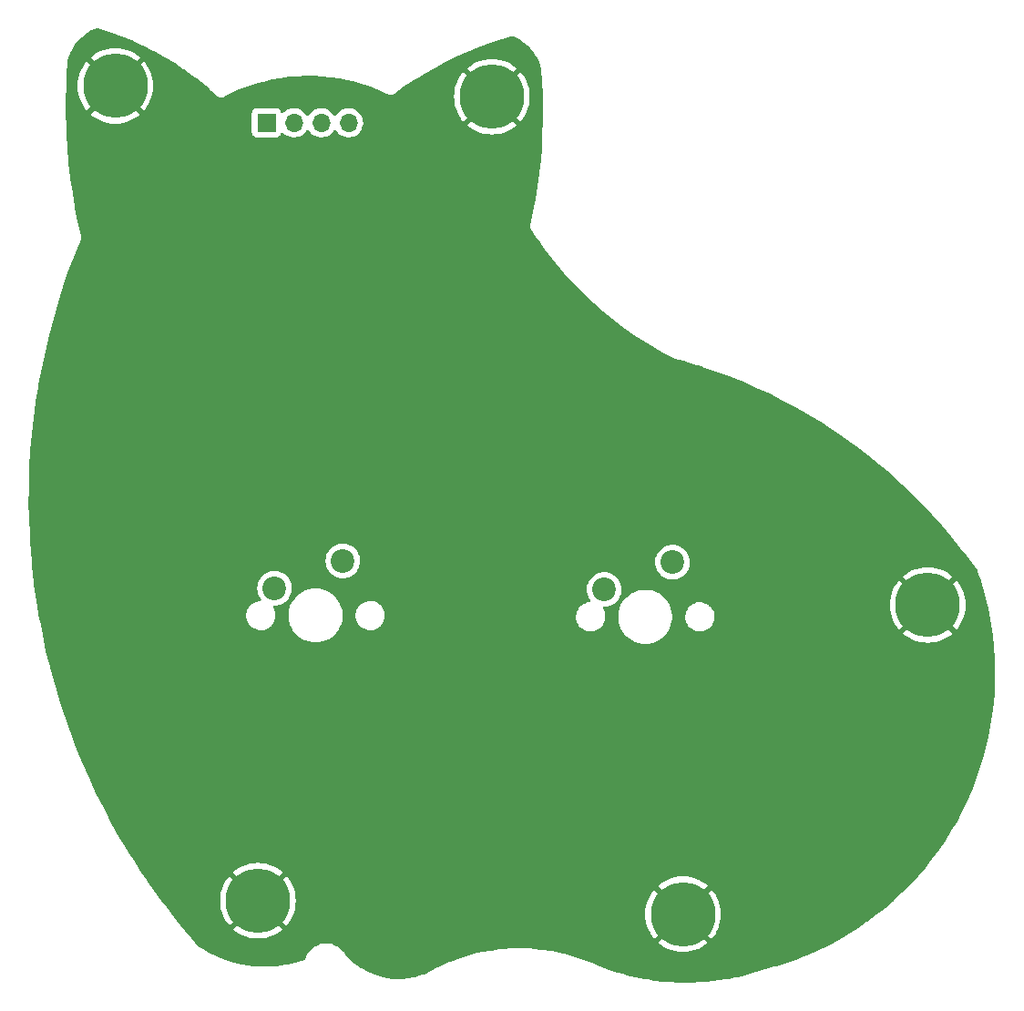
<source format=gbr>
%TF.GenerationSoftware,KiCad,Pcbnew,(6.0.9)*%
%TF.CreationDate,2022-12-22T23:35:39-05:00*%
%TF.ProjectId,Multipurpose_4Layer_Project,4d756c74-6970-4757-9270-6f73655f344c,rev?*%
%TF.SameCoordinates,Original*%
%TF.FileFunction,Copper,L4,Bot*%
%TF.FilePolarity,Positive*%
%FSLAX46Y46*%
G04 Gerber Fmt 4.6, Leading zero omitted, Abs format (unit mm)*
G04 Created by KiCad (PCBNEW (6.0.9)) date 2022-12-22 23:35:39*
%MOMM*%
%LPD*%
G01*
G04 APERTURE LIST*
%TA.AperFunction,ComponentPad*%
%ADD10C,0.800000*%
%TD*%
%TA.AperFunction,ComponentPad*%
%ADD11C,6.000000*%
%TD*%
%TA.AperFunction,ComponentPad*%
%ADD12C,2.200000*%
%TD*%
%TA.AperFunction,ComponentPad*%
%ADD13R,1.700000X1.700000*%
%TD*%
%TA.AperFunction,ComponentPad*%
%ADD14O,1.700000X1.700000*%
%TD*%
G04 APERTURE END LIST*
D10*
%TO.P,H2,1,1*%
%TO.N,GND*%
X147840990Y-58840990D03*
X148500000Y-57250000D03*
X144659010Y-55659010D03*
X144659010Y-58840990D03*
X146250000Y-55000000D03*
X146250000Y-59500000D03*
X147840990Y-55659010D03*
D11*
X146250000Y-57250000D03*
D10*
X144000000Y-57250000D03*
%TD*%
D12*
%TO.P,SW2,1,1*%
%TO.N,Net-(J1-Pad4)*%
X163040000Y-100520000D03*
%TO.P,SW2,2,2*%
%TO.N,Net-(J1-Pad3)*%
X156690000Y-103060000D03*
%TD*%
D10*
%TO.P,H1,1,1*%
%TO.N,GND*%
X109659010Y-54659010D03*
X109659010Y-57840990D03*
X111250000Y-54000000D03*
X112840990Y-54659010D03*
X111250000Y-58500000D03*
D11*
X111250000Y-56250000D03*
D10*
X112840990Y-57840990D03*
X113500000Y-56250000D03*
X109000000Y-56250000D03*
%TD*%
D13*
%TO.P,J1,1,Pin_1*%
%TO.N,Net-(J1-Pad1)*%
X125300000Y-59675000D03*
D14*
%TO.P,J1,2,Pin_2*%
%TO.N,Net-(SW1-Pad1)*%
X127840000Y-59675000D03*
%TO.P,J1,3,Pin_3*%
%TO.N,Net-(J1-Pad3)*%
X130380000Y-59675000D03*
%TO.P,J1,4,Pin_4*%
%TO.N,Net-(J1-Pad4)*%
X132920000Y-59675000D03*
%TD*%
D12*
%TO.P,SW1,1,1*%
%TO.N,Net-(SW1-Pad1)*%
X132400000Y-100400000D03*
%TO.P,SW1,2,2*%
%TO.N,Net-(J1-Pad1)*%
X126050000Y-102940000D03*
%TD*%
D10*
%TO.P,H4,1,1*%
%TO.N,GND*%
X164000000Y-131000000D03*
X161750000Y-133250000D03*
X162409010Y-131659010D03*
X164000000Y-135500000D03*
D11*
X164000000Y-133250000D03*
D10*
X162409010Y-134840990D03*
X165590990Y-134840990D03*
X165590990Y-131659010D03*
X166250000Y-133250000D03*
%TD*%
%TO.P,H5,1,1*%
%TO.N,GND*%
X126090990Y-133590990D03*
X126090990Y-130409010D03*
X126750000Y-132000000D03*
X122909010Y-133590990D03*
X124500000Y-134250000D03*
D11*
X124500000Y-132000000D03*
D10*
X124500000Y-129750000D03*
X122909010Y-130409010D03*
X122250000Y-132000000D03*
%TD*%
%TO.P,H3,1,1*%
%TO.N,GND*%
X189000000Y-104500000D03*
X184500000Y-104500000D03*
X186750000Y-106750000D03*
X186750000Y-102250000D03*
X188340990Y-102909010D03*
X188340990Y-106090990D03*
X185159010Y-102909010D03*
D11*
X186750000Y-104500000D03*
D10*
X185159010Y-106090990D03*
%TD*%
%TA.AperFunction,Conductor*%
%TO.N,GND*%
G36*
X110398955Y-51114797D02*
G01*
X110403247Y-51116206D01*
X111350092Y-51446006D01*
X111354291Y-51447554D01*
X112288684Y-51811078D01*
X112292844Y-51812783D01*
X112781066Y-52023173D01*
X113213600Y-52209566D01*
X113217716Y-52211428D01*
X114123640Y-52640957D01*
X114127686Y-52642965D01*
X114456250Y-52813433D01*
X114993019Y-53091924D01*
X115017630Y-53104693D01*
X115021593Y-53106840D01*
X115894415Y-53600174D01*
X115898302Y-53602464D01*
X116752923Y-54126799D01*
X116756679Y-54129198D01*
X117574900Y-54672506D01*
X117591930Y-54683814D01*
X117595635Y-54686371D01*
X118410475Y-55270580D01*
X118414072Y-55273258D01*
X118797964Y-55569894D01*
X119207428Y-55886289D01*
X119210953Y-55889115D01*
X119242721Y-55915534D01*
X119965316Y-56516463D01*
X119981811Y-56530181D01*
X119985222Y-56533122D01*
X120176496Y-56704154D01*
X120699752Y-57172036D01*
X120714618Y-57187835D01*
X120718915Y-57193271D01*
X120726181Y-57202465D01*
X120736963Y-57210122D01*
X120754811Y-57225498D01*
X120763975Y-57235025D01*
X120800405Y-57255900D01*
X120810696Y-57262481D01*
X120824363Y-57272186D01*
X120844941Y-57286799D01*
X120853420Y-57289731D01*
X120853425Y-57289734D01*
X120857437Y-57291121D01*
X120878896Y-57300876D01*
X120890355Y-57307443D01*
X120899084Y-57309541D01*
X120899087Y-57309542D01*
X120931178Y-57317255D01*
X120942917Y-57320687D01*
X120974115Y-57331477D01*
X120974119Y-57331478D01*
X120982597Y-57334410D01*
X120995593Y-57335041D01*
X120995799Y-57335051D01*
X121019128Y-57338390D01*
X121031980Y-57341479D01*
X121040942Y-57341043D01*
X121040943Y-57341043D01*
X121073906Y-57339439D01*
X121086139Y-57339438D01*
X121119117Y-57341039D01*
X121119119Y-57341039D01*
X121128084Y-57341474D01*
X121136811Y-57339376D01*
X121136817Y-57339375D01*
X121140941Y-57338383D01*
X121164263Y-57335041D01*
X121168500Y-57334835D01*
X121168504Y-57334834D01*
X121177465Y-57334398D01*
X121217141Y-57320670D01*
X121228874Y-57317238D01*
X121269704Y-57307420D01*
X121277492Y-57302956D01*
X121277495Y-57302955D01*
X121281176Y-57300845D01*
X121302627Y-57291091D01*
X121306635Y-57289704D01*
X121306637Y-57289703D01*
X121315116Y-57286769D01*
X121335654Y-57272181D01*
X121352224Y-57262231D01*
X121357522Y-57259580D01*
X121370069Y-57253301D01*
X142737359Y-57253301D01*
X142756257Y-57613896D01*
X142756945Y-57620440D01*
X142813433Y-57977099D01*
X142814802Y-57983537D01*
X142908260Y-58332328D01*
X142910300Y-58338605D01*
X143039704Y-58675714D01*
X143042380Y-58681725D01*
X143206317Y-59003468D01*
X143209613Y-59009177D01*
X143406279Y-59312016D01*
X143410146Y-59317338D01*
X143583678Y-59531634D01*
X143595933Y-59540100D01*
X143607024Y-59533766D01*
X145877978Y-57262812D01*
X145884356Y-57251132D01*
X146614408Y-57251132D01*
X146614539Y-57252965D01*
X146618790Y-57259580D01*
X148892110Y-59532900D01*
X148905186Y-59540040D01*
X148915554Y-59532582D01*
X149089854Y-59317338D01*
X149093721Y-59312016D01*
X149290387Y-59009177D01*
X149293683Y-59003468D01*
X149457620Y-58681725D01*
X149460296Y-58675714D01*
X149589700Y-58338605D01*
X149591740Y-58332328D01*
X149685198Y-57983537D01*
X149686567Y-57977099D01*
X149743055Y-57620440D01*
X149743743Y-57613896D01*
X149762641Y-57253301D01*
X149762641Y-57246699D01*
X149743743Y-56886104D01*
X149743055Y-56879560D01*
X149686567Y-56522901D01*
X149685198Y-56516463D01*
X149591740Y-56167672D01*
X149589700Y-56161395D01*
X149460296Y-55824286D01*
X149457620Y-55818275D01*
X149293683Y-55496532D01*
X149290387Y-55490823D01*
X149093721Y-55187984D01*
X149089854Y-55182662D01*
X148916322Y-54968366D01*
X148904067Y-54959900D01*
X148892976Y-54966234D01*
X146622022Y-57237188D01*
X146614408Y-57251132D01*
X145884356Y-57251132D01*
X145885592Y-57248868D01*
X145885461Y-57247035D01*
X145881210Y-57240420D01*
X143607890Y-54967100D01*
X143594814Y-54959960D01*
X143584446Y-54967418D01*
X143410146Y-55182662D01*
X143406279Y-55187984D01*
X143209613Y-55490823D01*
X143206317Y-55496532D01*
X143042380Y-55818275D01*
X143039704Y-55824286D01*
X142910300Y-56161395D01*
X142908260Y-56167672D01*
X142814802Y-56516463D01*
X142813433Y-56522901D01*
X142756945Y-56879560D01*
X142756257Y-56886104D01*
X142737359Y-57246699D01*
X142737359Y-57253301D01*
X121370069Y-57253301D01*
X121706179Y-57085098D01*
X122025191Y-56925452D01*
X122030566Y-56922918D01*
X122750743Y-56604043D01*
X122756199Y-56601780D01*
X123490593Y-56317226D01*
X123496155Y-56315220D01*
X124243159Y-56065608D01*
X124248840Y-56063858D01*
X124508440Y-55990524D01*
X125006770Y-55849752D01*
X125012509Y-55848276D01*
X125779697Y-55670147D01*
X125785496Y-55668944D01*
X126560216Y-55527191D01*
X126566067Y-55526261D01*
X127346638Y-55421193D01*
X127352515Y-55420543D01*
X128137187Y-55352397D01*
X128143088Y-55352025D01*
X128872871Y-55323215D01*
X128930066Y-55320957D01*
X128936008Y-55320863D01*
X129104747Y-55322165D01*
X129723561Y-55326938D01*
X129729495Y-55327124D01*
X130515895Y-55370329D01*
X130521818Y-55370795D01*
X131305282Y-55451032D01*
X131311178Y-55451776D01*
X132090023Y-55568872D01*
X132095877Y-55569894D01*
X132484466Y-55647208D01*
X132868332Y-55723584D01*
X132874098Y-55724873D01*
X133638466Y-55914822D01*
X133644153Y-55916379D01*
X134398710Y-56142158D01*
X134404343Y-56143989D01*
X134974316Y-56344272D01*
X135147397Y-56405091D01*
X135152954Y-56407192D01*
X135882879Y-56703047D01*
X135888293Y-56705391D01*
X136262381Y-56877978D01*
X136549677Y-57010523D01*
X136559735Y-57015724D01*
X136566726Y-57019747D01*
X136573791Y-57025280D01*
X136582126Y-57028608D01*
X136586439Y-57031090D01*
X136590872Y-57033331D01*
X136598229Y-57038476D01*
X136606731Y-57041348D01*
X136606732Y-57041349D01*
X136650992Y-57056302D01*
X136657381Y-57058655D01*
X136709065Y-57079291D01*
X136717999Y-57080146D01*
X136722842Y-57081319D01*
X136727716Y-57082224D01*
X136736223Y-57085098D01*
X136769110Y-57086458D01*
X136791852Y-57087398D01*
X136798648Y-57087863D01*
X136845124Y-57092310D01*
X136854060Y-57093165D01*
X136862875Y-57091478D01*
X136867833Y-57091246D01*
X136872785Y-57090744D01*
X136881757Y-57091115D01*
X136935802Y-57077708D01*
X136942441Y-57076251D01*
X136988307Y-57067473D01*
X136988308Y-57067473D01*
X136997121Y-57065786D01*
X137005107Y-57061693D01*
X137009802Y-57060078D01*
X137014415Y-57058207D01*
X137023130Y-57056045D01*
X137030885Y-57051526D01*
X137030889Y-57051524D01*
X137065070Y-57031604D01*
X137071238Y-57028009D01*
X137077181Y-57024757D01*
X137126748Y-56999355D01*
X137133264Y-56993186D01*
X137137299Y-56990331D01*
X137141220Y-56987225D01*
X137148976Y-56982705D01*
X137155668Y-56975645D01*
X137174695Y-56959218D01*
X138050274Y-56344272D01*
X138053558Y-56342041D01*
X138993348Y-55725278D01*
X138996702Y-55723152D01*
X139441277Y-55451032D01*
X139955464Y-55136304D01*
X139958849Y-55134305D01*
X140904066Y-54595933D01*
X143959900Y-54595933D01*
X143966234Y-54607024D01*
X146237188Y-56877978D01*
X146251132Y-56885592D01*
X146252965Y-56885461D01*
X146259580Y-56881210D01*
X148532900Y-54607890D01*
X148540040Y-54594814D01*
X148532582Y-54584446D01*
X148317338Y-54410146D01*
X148312016Y-54406279D01*
X148009177Y-54209613D01*
X148003468Y-54206317D01*
X147681725Y-54042380D01*
X147675714Y-54039704D01*
X147338605Y-53910300D01*
X147332328Y-53908260D01*
X146983537Y-53814802D01*
X146977099Y-53813433D01*
X146620440Y-53756945D01*
X146613896Y-53756257D01*
X146253301Y-53737359D01*
X146246699Y-53737359D01*
X145886104Y-53756257D01*
X145879560Y-53756945D01*
X145522901Y-53813433D01*
X145516463Y-53814802D01*
X145167672Y-53908260D01*
X145161395Y-53910300D01*
X144824286Y-54039704D01*
X144818275Y-54042380D01*
X144496532Y-54206317D01*
X144490823Y-54209613D01*
X144187984Y-54406279D01*
X144182662Y-54410146D01*
X143968366Y-54583678D01*
X143959900Y-54595933D01*
X140904066Y-54595933D01*
X140935618Y-54577962D01*
X140939052Y-54576077D01*
X141932921Y-54050758D01*
X141936458Y-54048960D01*
X141955391Y-54039704D01*
X142946328Y-53555244D01*
X142949857Y-53553588D01*
X143974813Y-53091924D01*
X143978457Y-53090351D01*
X145017395Y-52661234D01*
X145021088Y-52659776D01*
X146073051Y-52263599D01*
X146076789Y-52262258D01*
X147140718Y-51899423D01*
X147144496Y-51898201D01*
X148033629Y-51625933D01*
X148111083Y-51627118D01*
X148176803Y-51649464D01*
X148285101Y-51686288D01*
X148295634Y-51690406D01*
X148494129Y-51778501D01*
X148625432Y-51836775D01*
X148635569Y-51841831D01*
X148828675Y-51949247D01*
X148924349Y-52002466D01*
X148950885Y-52017227D01*
X148960524Y-52023171D01*
X149126636Y-52136223D01*
X149258823Y-52226187D01*
X149267878Y-52232965D01*
X149505097Y-52427759D01*
X149546731Y-52461947D01*
X149555153Y-52469522D01*
X149598563Y-52512247D01*
X149812317Y-52722629D01*
X149820017Y-52730921D01*
X150053412Y-53006109D01*
X150060343Y-53015069D01*
X150268059Y-53310079D01*
X150274158Y-53319625D01*
X150454548Y-53632115D01*
X150459765Y-53642171D01*
X150610201Y-53967100D01*
X150611354Y-53969591D01*
X150615645Y-53980069D01*
X150669018Y-54129214D01*
X150737223Y-54319806D01*
X150740555Y-54330631D01*
X150812226Y-54607024D01*
X150821652Y-54643373D01*
X150825499Y-54668156D01*
X150826160Y-54680316D01*
X150827455Y-54683990D01*
X150828004Y-54688059D01*
X150908577Y-55807195D01*
X150911085Y-55842024D01*
X150911272Y-55845183D01*
X150967676Y-57057392D01*
X150968008Y-57064521D01*
X150968116Y-57067702D01*
X150973460Y-57320687D01*
X150993895Y-58288066D01*
X150993922Y-58291263D01*
X150991555Y-58847617D01*
X150989004Y-59447342D01*
X150988729Y-59511874D01*
X150988675Y-59515059D01*
X150988121Y-59533766D01*
X150952512Y-60735199D01*
X150952376Y-60738393D01*
X150885271Y-61957134D01*
X150885055Y-61960324D01*
X150787046Y-63177017D01*
X150786749Y-63180201D01*
X150657899Y-64394019D01*
X150657521Y-64397193D01*
X150497919Y-65607320D01*
X150497461Y-65610485D01*
X150307202Y-66816196D01*
X150306665Y-66819340D01*
X150103244Y-67925404D01*
X150085868Y-68019881D01*
X150085249Y-68023018D01*
X149847215Y-69155013D01*
X149844060Y-69167038D01*
X149844023Y-69167156D01*
X149840135Y-69175241D01*
X149838672Y-69184093D01*
X149835968Y-69192655D01*
X149835960Y-69192653D01*
X149835393Y-69194709D01*
X149835402Y-69194711D01*
X149833338Y-69203441D01*
X149830053Y-69211800D01*
X149829247Y-69220743D01*
X149825617Y-69260998D01*
X149824444Y-69270199D01*
X149816389Y-69318950D01*
X149817470Y-69327862D01*
X149817277Y-69336838D01*
X149817269Y-69336838D01*
X149817301Y-69338962D01*
X149817310Y-69338962D01*
X149817780Y-69347932D01*
X149816974Y-69356869D01*
X149826520Y-69405307D01*
X149827980Y-69414491D01*
X149833932Y-69463547D01*
X149837470Y-69471796D01*
X149839804Y-69480465D01*
X149839797Y-69480467D01*
X149840427Y-69482505D01*
X149840435Y-69482502D01*
X149843402Y-69490976D01*
X149845137Y-69499778D01*
X149849272Y-69507738D01*
X149849274Y-69507745D01*
X149867899Y-69543603D01*
X149871879Y-69552008D01*
X149891354Y-69597409D01*
X149894681Y-69602719D01*
X149895440Y-69603931D01*
X149895444Y-69603936D01*
X149898019Y-69608046D01*
X149900636Y-69611065D01*
X149902566Y-69613811D01*
X149910690Y-69625986D01*
X149912276Y-69629039D01*
X149913372Y-69630184D01*
X149913563Y-69630730D01*
X149913766Y-69630595D01*
X150522863Y-70543459D01*
X150523449Y-70544278D01*
X150523466Y-70544302D01*
X150541852Y-70569980D01*
X151177745Y-71458082D01*
X151862443Y-72350603D01*
X152576212Y-73220051D01*
X153318274Y-74065479D01*
X154087822Y-74885967D01*
X154088550Y-74886694D01*
X154088563Y-74886707D01*
X154883296Y-75679901D01*
X154883314Y-75679919D01*
X154884019Y-75680622D01*
X155189815Y-75966321D01*
X155705248Y-76447880D01*
X155705273Y-76447903D01*
X155705997Y-76448579D01*
X155706764Y-76449249D01*
X155706791Y-76449274D01*
X156552055Y-77188296D01*
X156552075Y-77188313D01*
X156552862Y-77189001D01*
X156553687Y-77189675D01*
X156553691Y-77189679D01*
X157422877Y-77900419D01*
X157422899Y-77900437D01*
X157423691Y-77901084D01*
X158317537Y-78584051D01*
X158318363Y-78584640D01*
X158900200Y-78999540D01*
X159233427Y-79237160D01*
X159234295Y-79237736D01*
X159234307Y-79237745D01*
X160169487Y-79859115D01*
X160169503Y-79859125D01*
X160170365Y-79859698D01*
X161127328Y-80450990D01*
X161128213Y-80451498D01*
X161128226Y-80451505D01*
X162102384Y-81009878D01*
X162102403Y-81009889D01*
X162103278Y-81010390D01*
X162104197Y-81010877D01*
X163079029Y-81527684D01*
X163083425Y-81530224D01*
X163085776Y-81531965D01*
X163091150Y-81534784D01*
X163092576Y-81535533D01*
X163092580Y-81535535D01*
X163096892Y-81537797D01*
X163139021Y-81552168D01*
X163149479Y-81556265D01*
X163181946Y-81570684D01*
X163181948Y-81570685D01*
X163190152Y-81574328D01*
X163200737Y-81575749D01*
X163224636Y-81581373D01*
X163226250Y-81581924D01*
X163226258Y-81581926D01*
X163234750Y-81584822D01*
X163243717Y-81585219D01*
X163250165Y-81586435D01*
X163261243Y-81589048D01*
X164083031Y-81822588D01*
X164497363Y-81940335D01*
X164500598Y-81941302D01*
X165341470Y-82204815D01*
X165788409Y-82344877D01*
X165791591Y-82345921D01*
X166095492Y-82450180D01*
X167068125Y-82783861D01*
X167071304Y-82784999D01*
X168335675Y-83257003D01*
X168338782Y-83258210D01*
X168943645Y-83502674D01*
X169590061Y-83763932D01*
X169593175Y-83765240D01*
X170830391Y-84304286D01*
X170833468Y-84305676D01*
X172055809Y-84877690D01*
X172058848Y-84879162D01*
X173265420Y-85483726D01*
X173268419Y-85485279D01*
X174458394Y-86121980D01*
X174461306Y-86123589D01*
X175633785Y-86791947D01*
X175636658Y-86793636D01*
X176091306Y-87069202D01*
X176790817Y-87493182D01*
X176793681Y-87494971D01*
X177928659Y-88225181D01*
X177931438Y-88227022D01*
X178685239Y-88741069D01*
X179046448Y-88987392D01*
X179049212Y-88989332D01*
X180143412Y-89779285D01*
X180146123Y-89781298D01*
X181218755Y-90600285D01*
X181221412Y-90602370D01*
X182271759Y-91449846D01*
X182274358Y-91452002D01*
X183301552Y-92327266D01*
X183304093Y-92329490D01*
X184307518Y-93232017D01*
X184309991Y-93234302D01*
X184375903Y-93296862D01*
X185288835Y-94163362D01*
X185291253Y-94165719D01*
X186244860Y-95120688D01*
X186247214Y-95123109D01*
X187174906Y-96103309D01*
X187177194Y-96105793D01*
X188078253Y-97110465D01*
X188080474Y-97113009D01*
X188954290Y-98141473D01*
X188956442Y-98144075D01*
X189802441Y-99195659D01*
X189804477Y-99198260D01*
X190088709Y-99571624D01*
X190621955Y-100272089D01*
X190623964Y-100274803D01*
X191362003Y-101300173D01*
X191379059Y-101333298D01*
X191550163Y-101837616D01*
X191678620Y-102216234D01*
X191688102Y-102244183D01*
X191689518Y-102248626D01*
X191988444Y-103250072D01*
X191989695Y-103254564D01*
X192251363Y-104266401D01*
X192252447Y-104270937D01*
X192303445Y-104503301D01*
X192459301Y-105213428D01*
X192476495Y-105291771D01*
X192477408Y-105296333D01*
X192555092Y-105725592D01*
X192663526Y-106324760D01*
X192664271Y-106329363D01*
X192812201Y-107363942D01*
X192812776Y-107368570D01*
X192922323Y-108407942D01*
X192922726Y-108412588D01*
X192993735Y-109455288D01*
X192993966Y-109459946D01*
X193026343Y-110504578D01*
X193026401Y-110509241D01*
X193020098Y-111554354D01*
X193019983Y-111559016D01*
X192975011Y-112603157D01*
X192974724Y-112607811D01*
X192891146Y-113649556D01*
X192890688Y-113654197D01*
X192768610Y-114692204D01*
X192767979Y-114696825D01*
X192607582Y-115729552D01*
X192606781Y-115734146D01*
X192408277Y-116760231D01*
X192407307Y-116764792D01*
X192170968Y-117782830D01*
X192169830Y-117787353D01*
X191895975Y-118795973D01*
X191894670Y-118800450D01*
X191583679Y-119798241D01*
X191582209Y-119802666D01*
X191304112Y-120590966D01*
X191234515Y-120788246D01*
X191232882Y-120792615D01*
X190848954Y-121764655D01*
X190847161Y-121768960D01*
X190427521Y-122726140D01*
X190425570Y-122730375D01*
X189971999Y-123668884D01*
X189970799Y-123671366D01*
X189968692Y-123675527D01*
X189479410Y-124599045D01*
X189477151Y-124603124D01*
X188954046Y-125507877D01*
X188951638Y-125511871D01*
X188395376Y-126396702D01*
X188392821Y-126400603D01*
X187804227Y-127264200D01*
X187801530Y-127268004D01*
X187181375Y-128109238D01*
X187178539Y-128112940D01*
X186744489Y-128658260D01*
X186527671Y-128930659D01*
X186524699Y-128934254D01*
X185844025Y-129727319D01*
X185840923Y-129730800D01*
X185131353Y-130498149D01*
X185128126Y-130501512D01*
X185045538Y-130584446D01*
X184390671Y-131242054D01*
X184387320Y-131245297D01*
X183622954Y-131958053D01*
X183619485Y-131961170D01*
X183480326Y-132081621D01*
X182829243Y-132645175D01*
X182825693Y-132648134D01*
X182485768Y-132921026D01*
X182010699Y-133302410D01*
X182007009Y-133305262D01*
X181168360Y-133928936D01*
X181164574Y-133931644D01*
X181089115Y-133983537D01*
X180303436Y-134523844D01*
X180299546Y-134526415D01*
X179417053Y-135086363D01*
X179413069Y-135088788D01*
X178510497Y-135615674D01*
X178506427Y-135617950D01*
X177584971Y-136111078D01*
X177580824Y-136113200D01*
X176641711Y-136571912D01*
X176637513Y-136573867D01*
X175682091Y-136997503D01*
X175677804Y-136999310D01*
X175054625Y-137248461D01*
X174707357Y-137387301D01*
X174702995Y-137388952D01*
X173718849Y-137740769D01*
X173714461Y-137742247D01*
X173455057Y-137824288D01*
X172717980Y-138057401D01*
X172713508Y-138058725D01*
X172425050Y-138138341D01*
X171748464Y-138325082D01*
X171727062Y-138329038D01*
X171708596Y-138330822D01*
X171700266Y-138334157D01*
X171699022Y-138334655D01*
X171675294Y-138341545D01*
X171665158Y-138343436D01*
X171657152Y-138347492D01*
X171657151Y-138347492D01*
X171641809Y-138355263D01*
X171624407Y-138362498D01*
X170833805Y-138623759D01*
X170829060Y-138625224D01*
X169994161Y-138865073D01*
X169989362Y-138866350D01*
X169818707Y-138908172D01*
X169145624Y-139073122D01*
X169140799Y-139074204D01*
X168777483Y-139148197D01*
X168289612Y-139247557D01*
X168284727Y-139248452D01*
X167839811Y-139320937D01*
X167427351Y-139388133D01*
X167422464Y-139388831D01*
X166760677Y-139470027D01*
X166560250Y-139494618D01*
X166555310Y-139495126D01*
X166359366Y-139511361D01*
X165689575Y-139566856D01*
X165684635Y-139567168D01*
X164816757Y-139604727D01*
X164811842Y-139604842D01*
X164380899Y-139606495D01*
X163943146Y-139608174D01*
X163938181Y-139608095D01*
X163334367Y-139586602D01*
X163070065Y-139577193D01*
X163065128Y-139576921D01*
X162743956Y-139552788D01*
X162198867Y-139511831D01*
X162193923Y-139511361D01*
X161330942Y-139412192D01*
X161326021Y-139411528D01*
X160753866Y-139322814D01*
X160467605Y-139278428D01*
X160462746Y-139277577D01*
X159610197Y-139110745D01*
X159605346Y-139109695D01*
X158760098Y-138909412D01*
X158755289Y-138908172D01*
X158410898Y-138812089D01*
X157918568Y-138674732D01*
X157913839Y-138673312D01*
X157086920Y-138407066D01*
X157082282Y-138405471D01*
X156330065Y-138130117D01*
X156314138Y-138122531D01*
X156314060Y-138122689D01*
X156307175Y-138119271D01*
X156302816Y-138117107D01*
X156298872Y-138115859D01*
X156296523Y-138114854D01*
X156281462Y-138108031D01*
X156273818Y-138104568D01*
X156271903Y-138103459D01*
X156271772Y-138103427D01*
X156270926Y-138102759D01*
X156270738Y-138103173D01*
X155572342Y-137786790D01*
X155570972Y-137786245D01*
X155570954Y-137786237D01*
X155034316Y-137572626D01*
X154827508Y-137490305D01*
X154069689Y-137228785D01*
X153300527Y-137002796D01*
X152922383Y-136910561D01*
X152523095Y-136813169D01*
X152523077Y-136813165D01*
X152521687Y-136812826D01*
X152520289Y-136812553D01*
X152520279Y-136812551D01*
X152238422Y-136757551D01*
X151734853Y-136659287D01*
X151733442Y-136659079D01*
X151733423Y-136659076D01*
X150943192Y-136542727D01*
X150943175Y-136542725D01*
X150941729Y-136542512D01*
X150940276Y-136542367D01*
X150940262Y-136542365D01*
X150145483Y-136462898D01*
X150145484Y-136462898D01*
X150144033Y-136462753D01*
X150142579Y-136462676D01*
X150142570Y-136462675D01*
X149820060Y-136445525D01*
X149343490Y-136420183D01*
X149342016Y-136420173D01*
X149342007Y-136420173D01*
X148960320Y-136417655D01*
X148541833Y-136414893D01*
X148540390Y-136414951D01*
X148540369Y-136414951D01*
X148141791Y-136430876D01*
X147740798Y-136446896D01*
X147557852Y-136462753D01*
X146943592Y-136515994D01*
X146943578Y-136515996D01*
X146942119Y-136516122D01*
X146940658Y-136516317D01*
X146940653Y-136516318D01*
X146562077Y-136566963D01*
X146147523Y-136622421D01*
X146146076Y-136622684D01*
X146146067Y-136622685D01*
X145360179Y-136765300D01*
X145360162Y-136765304D01*
X145358732Y-136765563D01*
X144577452Y-136945239D01*
X144576074Y-136945624D01*
X144576063Y-136945627D01*
X144320336Y-137017111D01*
X143805375Y-137161059D01*
X143803968Y-137161524D01*
X143045578Y-137412092D01*
X143045560Y-137412098D01*
X143044172Y-137412557D01*
X143042794Y-137413085D01*
X143042790Y-137413086D01*
X142688081Y-137548885D01*
X142295490Y-137699187D01*
X141560950Y-138020329D01*
X140861524Y-138365719D01*
X140856550Y-138367973D01*
X140853074Y-138369107D01*
X140848721Y-138371317D01*
X140846232Y-138372580D01*
X140846229Y-138372582D01*
X140841881Y-138374789D01*
X140837928Y-138377636D01*
X140833768Y-138380169D01*
X140833756Y-138380149D01*
X140832042Y-138381252D01*
X140824898Y-138384084D01*
X140817819Y-138389599D01*
X140817818Y-138389600D01*
X140807693Y-138397489D01*
X140789969Y-138409046D01*
X140396144Y-138621012D01*
X140387525Y-138625236D01*
X139949720Y-138819467D01*
X139940804Y-138823023D01*
X139825266Y-138864070D01*
X139489459Y-138983370D01*
X139480319Y-138986230D01*
X139156343Y-139074206D01*
X139018097Y-139111747D01*
X139008744Y-139113908D01*
X138902458Y-139134234D01*
X138538310Y-139203873D01*
X138528831Y-139205314D01*
X138396212Y-139220332D01*
X138052904Y-139259206D01*
X138043332Y-139259922D01*
X137794949Y-139269006D01*
X137564680Y-139277427D01*
X137555104Y-139277412D01*
X137178412Y-139262470D01*
X137076507Y-139258428D01*
X137066937Y-139257682D01*
X136591205Y-139202323D01*
X136581720Y-139200852D01*
X136111554Y-139109432D01*
X136102208Y-139107242D01*
X135640380Y-138980298D01*
X135631228Y-138977403D01*
X135180406Y-138815672D01*
X135171501Y-138812089D01*
X134734294Y-138616505D01*
X134725687Y-138612254D01*
X134304647Y-138383959D01*
X134296389Y-138379066D01*
X133929274Y-138142175D01*
X133893930Y-138119368D01*
X133886073Y-138113863D01*
X133504556Y-137824284D01*
X133497159Y-137818212D01*
X133138801Y-137500436D01*
X133131867Y-137493799D01*
X132798728Y-137149652D01*
X132792320Y-137142506D01*
X132637369Y-136955887D01*
X132516896Y-136810792D01*
X132504401Y-136791843D01*
X132504258Y-136791931D01*
X132501711Y-136787780D01*
X132499495Y-136783451D01*
X132496305Y-136779054D01*
X132494988Y-136777237D01*
X132494983Y-136777231D01*
X132492124Y-136773290D01*
X132491606Y-136772769D01*
X132491252Y-136772121D01*
X132487073Y-136767937D01*
X132485933Y-136766598D01*
X132481635Y-136761943D01*
X132318020Y-136570159D01*
X132318017Y-136570156D01*
X132315293Y-136566963D01*
X132151760Y-136420183D01*
X132116217Y-136388281D01*
X132116212Y-136388277D01*
X132113099Y-136385483D01*
X131888621Y-136232425D01*
X131645825Y-136110494D01*
X131389001Y-136021844D01*
X131384898Y-136021015D01*
X131126788Y-135968869D01*
X131126783Y-135968868D01*
X131122688Y-135968041D01*
X130851592Y-135950037D01*
X130847416Y-135950316D01*
X130847412Y-135950316D01*
X130584676Y-135967870D01*
X130584673Y-135967870D01*
X130580503Y-135968149D01*
X130314212Y-136022058D01*
X130157173Y-136076335D01*
X130061389Y-136109440D01*
X130061386Y-136109441D01*
X130057423Y-136110811D01*
X130053672Y-136112696D01*
X130053671Y-136112697D01*
X129818423Y-136230955D01*
X129818418Y-136230958D01*
X129814676Y-136232839D01*
X129811217Y-136235199D01*
X129811211Y-136235203D01*
X129594454Y-136383124D01*
X129590259Y-136385987D01*
X129388137Y-136567547D01*
X129211883Y-136774313D01*
X129209609Y-136777838D01*
X129209607Y-136777841D01*
X129179450Y-136824594D01*
X129064612Y-137002629D01*
X129062830Y-137006416D01*
X128957662Y-137229894D01*
X128948924Y-137248461D01*
X128906559Y-137382183D01*
X128903477Y-137391910D01*
X128863835Y-137450808D01*
X128826426Y-137472266D01*
X128550411Y-137572632D01*
X128543485Y-137574925D01*
X128240399Y-137665600D01*
X127943448Y-137754439D01*
X127936407Y-137756325D01*
X127326982Y-137900710D01*
X127319832Y-137902187D01*
X127072831Y-137945748D01*
X126703067Y-138010960D01*
X126695829Y-138012021D01*
X126663043Y-138015858D01*
X126073782Y-138084820D01*
X126066515Y-138085457D01*
X125782599Y-138102067D01*
X125441293Y-138122034D01*
X125433981Y-138122249D01*
X125119861Y-138122366D01*
X124807685Y-138122482D01*
X124800395Y-138122272D01*
X124175150Y-138086159D01*
X124167889Y-138085528D01*
X123545761Y-138013187D01*
X123538539Y-138012133D01*
X123101080Y-137935317D01*
X122921692Y-137903817D01*
X122914527Y-137902343D01*
X122697392Y-137851069D01*
X122305002Y-137758410D01*
X122297957Y-137756529D01*
X121697810Y-137577467D01*
X121690868Y-137575175D01*
X121687302Y-137573881D01*
X121117671Y-137367226D01*
X121102133Y-137361589D01*
X121095332Y-137358896D01*
X120847798Y-137252460D01*
X120519962Y-137111495D01*
X120513359Y-137108425D01*
X119953327Y-136828057D01*
X119946884Y-136824594D01*
X119846111Y-136766598D01*
X119404073Y-136512201D01*
X119397864Y-136508384D01*
X118933353Y-136203864D01*
X118907102Y-136180877D01*
X118848183Y-136112697D01*
X118668856Y-135905186D01*
X161709960Y-135905186D01*
X161717418Y-135915554D01*
X161932662Y-136089854D01*
X161937984Y-136093721D01*
X162240823Y-136290387D01*
X162246532Y-136293683D01*
X162568275Y-136457620D01*
X162574286Y-136460296D01*
X162911395Y-136589700D01*
X162917672Y-136591740D01*
X163266463Y-136685198D01*
X163272901Y-136686567D01*
X163629560Y-136743055D01*
X163636104Y-136743743D01*
X163996699Y-136762641D01*
X164003301Y-136762641D01*
X164363896Y-136743743D01*
X164370440Y-136743055D01*
X164727099Y-136686567D01*
X164733537Y-136685198D01*
X165082328Y-136591740D01*
X165088605Y-136589700D01*
X165425714Y-136460296D01*
X165431725Y-136457620D01*
X165753468Y-136293683D01*
X165759177Y-136290387D01*
X166062016Y-136093721D01*
X166067338Y-136089854D01*
X166281634Y-135916322D01*
X166290100Y-135904067D01*
X166283766Y-135892976D01*
X164012812Y-133622022D01*
X163998868Y-133614408D01*
X163997035Y-133614539D01*
X163990420Y-133618790D01*
X161717100Y-135892110D01*
X161709960Y-135905186D01*
X118668856Y-135905186D01*
X117941042Y-135062985D01*
X117939032Y-135060599D01*
X117925135Y-135043683D01*
X117605958Y-134655186D01*
X122209960Y-134655186D01*
X122217418Y-134665554D01*
X122432662Y-134839854D01*
X122437984Y-134843721D01*
X122740823Y-135040387D01*
X122746532Y-135043683D01*
X123068275Y-135207620D01*
X123074286Y-135210296D01*
X123411395Y-135339700D01*
X123417672Y-135341740D01*
X123766463Y-135435198D01*
X123772901Y-135436567D01*
X124129560Y-135493055D01*
X124136104Y-135493743D01*
X124496699Y-135512641D01*
X124503301Y-135512641D01*
X124863896Y-135493743D01*
X124870440Y-135493055D01*
X125227099Y-135436567D01*
X125233537Y-135435198D01*
X125582328Y-135341740D01*
X125588605Y-135339700D01*
X125925714Y-135210296D01*
X125931725Y-135207620D01*
X126253468Y-135043683D01*
X126259177Y-135040387D01*
X126562016Y-134843721D01*
X126567338Y-134839854D01*
X126781634Y-134666322D01*
X126790100Y-134654067D01*
X126783766Y-134642976D01*
X124512812Y-132372022D01*
X124498868Y-132364408D01*
X124497035Y-132364539D01*
X124490420Y-132368790D01*
X122217100Y-134642110D01*
X122209960Y-134655186D01*
X117605958Y-134655186D01*
X117305966Y-134290040D01*
X116950225Y-133857037D01*
X116948263Y-133854587D01*
X115989760Y-132626783D01*
X115987859Y-132624285D01*
X115527510Y-132003301D01*
X120987359Y-132003301D01*
X121006257Y-132363896D01*
X121006945Y-132370440D01*
X121063433Y-132727099D01*
X121064802Y-132733537D01*
X121158260Y-133082328D01*
X121160300Y-133088605D01*
X121289704Y-133425714D01*
X121292380Y-133431725D01*
X121456317Y-133753468D01*
X121459613Y-133759177D01*
X121656279Y-134062016D01*
X121660146Y-134067338D01*
X121833678Y-134281634D01*
X121845933Y-134290100D01*
X121857024Y-134283766D01*
X124127978Y-132012812D01*
X124134356Y-132001132D01*
X124864408Y-132001132D01*
X124864539Y-132002965D01*
X124868790Y-132009580D01*
X127142110Y-134282900D01*
X127155186Y-134290040D01*
X127165554Y-134282582D01*
X127339854Y-134067338D01*
X127343721Y-134062016D01*
X127540387Y-133759177D01*
X127543683Y-133753468D01*
X127707620Y-133431725D01*
X127710296Y-133425714D01*
X127776479Y-133253301D01*
X160487359Y-133253301D01*
X160506257Y-133613896D01*
X160506945Y-133620440D01*
X160563433Y-133977099D01*
X160564802Y-133983537D01*
X160658260Y-134332328D01*
X160660300Y-134338605D01*
X160789704Y-134675714D01*
X160792380Y-134681725D01*
X160956317Y-135003468D01*
X160959613Y-135009177D01*
X161156279Y-135312016D01*
X161160146Y-135317338D01*
X161333678Y-135531634D01*
X161345933Y-135540100D01*
X161357024Y-135533766D01*
X163627978Y-133262812D01*
X163634356Y-133251132D01*
X164364408Y-133251132D01*
X164364539Y-133252965D01*
X164368790Y-133259580D01*
X166642110Y-135532900D01*
X166655186Y-135540040D01*
X166665554Y-135532582D01*
X166839854Y-135317338D01*
X166843721Y-135312016D01*
X167040387Y-135009177D01*
X167043683Y-135003468D01*
X167207620Y-134681725D01*
X167210296Y-134675714D01*
X167339700Y-134338605D01*
X167341740Y-134332328D01*
X167435198Y-133983537D01*
X167436567Y-133977099D01*
X167493055Y-133620440D01*
X167493743Y-133613896D01*
X167512641Y-133253301D01*
X167512641Y-133246699D01*
X167493743Y-132886104D01*
X167493055Y-132879560D01*
X167436567Y-132522901D01*
X167435198Y-132516463D01*
X167341740Y-132167672D01*
X167339700Y-132161395D01*
X167210296Y-131824286D01*
X167207620Y-131818275D01*
X167043683Y-131496532D01*
X167040387Y-131490823D01*
X166843721Y-131187984D01*
X166839854Y-131182662D01*
X166666322Y-130968366D01*
X166654067Y-130959900D01*
X166642976Y-130966234D01*
X164372022Y-133237188D01*
X164364408Y-133251132D01*
X163634356Y-133251132D01*
X163635592Y-133248868D01*
X163635461Y-133247035D01*
X163631210Y-133240420D01*
X161357890Y-130967100D01*
X161344814Y-130959960D01*
X161334446Y-130967418D01*
X161160146Y-131182662D01*
X161156279Y-131187984D01*
X160959613Y-131490823D01*
X160956317Y-131496532D01*
X160792380Y-131818275D01*
X160789704Y-131824286D01*
X160660300Y-132161395D01*
X160658260Y-132167672D01*
X160564802Y-132516463D01*
X160563433Y-132522901D01*
X160506945Y-132879560D01*
X160506257Y-132886104D01*
X160487359Y-133246699D01*
X160487359Y-133253301D01*
X127776479Y-133253301D01*
X127839700Y-133088605D01*
X127841740Y-133082328D01*
X127935198Y-132733537D01*
X127936567Y-132727099D01*
X127993055Y-132370440D01*
X127993743Y-132363896D01*
X128012641Y-132003301D01*
X128012641Y-131996699D01*
X127993743Y-131636104D01*
X127993055Y-131629560D01*
X127936567Y-131272901D01*
X127935198Y-131266463D01*
X127841740Y-130917672D01*
X127839700Y-130911395D01*
X127718606Y-130595933D01*
X161709900Y-130595933D01*
X161716234Y-130607024D01*
X163987188Y-132877978D01*
X164001132Y-132885592D01*
X164002965Y-132885461D01*
X164009580Y-132881210D01*
X166282900Y-130607890D01*
X166290040Y-130594814D01*
X166282582Y-130584446D01*
X166067338Y-130410146D01*
X166062016Y-130406279D01*
X165759177Y-130209613D01*
X165753468Y-130206317D01*
X165431725Y-130042380D01*
X165425714Y-130039704D01*
X165088605Y-129910300D01*
X165082328Y-129908260D01*
X164733537Y-129814802D01*
X164727099Y-129813433D01*
X164370440Y-129756945D01*
X164363896Y-129756257D01*
X164003301Y-129737359D01*
X163996699Y-129737359D01*
X163636104Y-129756257D01*
X163629560Y-129756945D01*
X163272901Y-129813433D01*
X163266463Y-129814802D01*
X162917672Y-129908260D01*
X162911395Y-129910300D01*
X162574286Y-130039704D01*
X162568275Y-130042380D01*
X162246532Y-130206317D01*
X162240823Y-130209613D01*
X161937984Y-130406279D01*
X161932662Y-130410146D01*
X161718366Y-130583678D01*
X161709900Y-130595933D01*
X127718606Y-130595933D01*
X127710296Y-130574286D01*
X127707620Y-130568275D01*
X127543683Y-130246532D01*
X127540387Y-130240823D01*
X127343721Y-129937984D01*
X127339854Y-129932662D01*
X127166322Y-129718366D01*
X127154067Y-129709900D01*
X127142976Y-129716234D01*
X124872022Y-131987188D01*
X124864408Y-132001132D01*
X124134356Y-132001132D01*
X124135592Y-131998868D01*
X124135461Y-131997035D01*
X124131210Y-131990420D01*
X121857890Y-129717100D01*
X121844814Y-129709960D01*
X121834446Y-129717418D01*
X121660146Y-129932662D01*
X121656279Y-129937984D01*
X121459613Y-130240823D01*
X121456317Y-130246532D01*
X121292380Y-130568275D01*
X121289704Y-130574286D01*
X121160300Y-130911395D01*
X121158260Y-130917672D01*
X121064802Y-131266463D01*
X121063433Y-131272901D01*
X121006945Y-131629560D01*
X121006257Y-131636104D01*
X120987359Y-131996699D01*
X120987359Y-132003301D01*
X115527510Y-132003301D01*
X115060219Y-131372952D01*
X115058381Y-131370407D01*
X114241870Y-130209613D01*
X114162205Y-130096357D01*
X114160437Y-130093776D01*
X113918406Y-129730800D01*
X113661777Y-129345933D01*
X122209900Y-129345933D01*
X122216234Y-129357024D01*
X124487188Y-131627978D01*
X124501132Y-131635592D01*
X124502965Y-131635461D01*
X124509580Y-131631210D01*
X126782900Y-129357890D01*
X126790040Y-129344814D01*
X126782582Y-129334446D01*
X126567338Y-129160146D01*
X126562016Y-129156279D01*
X126259177Y-128959613D01*
X126253468Y-128956317D01*
X125931725Y-128792380D01*
X125925714Y-128789704D01*
X125588605Y-128660300D01*
X125582328Y-128658260D01*
X125233537Y-128564802D01*
X125227099Y-128563433D01*
X124870440Y-128506945D01*
X124863896Y-128506257D01*
X124503301Y-128487359D01*
X124496699Y-128487359D01*
X124136104Y-128506257D01*
X124129560Y-128506945D01*
X123772901Y-128563433D01*
X123766463Y-128564802D01*
X123417672Y-128658260D01*
X123411395Y-128660300D01*
X123074286Y-128789704D01*
X123068275Y-128792380D01*
X122746532Y-128956317D01*
X122740823Y-128959613D01*
X122437984Y-129156279D01*
X122432662Y-129160146D01*
X122218366Y-129333678D01*
X122209900Y-129345933D01*
X113661777Y-129345933D01*
X113401982Y-128956317D01*
X113296280Y-128797795D01*
X113294571Y-128795161D01*
X112863826Y-128112940D01*
X112462966Y-127478051D01*
X112461361Y-127475437D01*
X112110479Y-126887767D01*
X111662801Y-126137976D01*
X111661226Y-126135261D01*
X110896287Y-124778418D01*
X110894779Y-124775665D01*
X110800928Y-124599045D01*
X110490578Y-124014997D01*
X110163833Y-123400094D01*
X110162395Y-123397303D01*
X109465993Y-122004048D01*
X109464624Y-122001223D01*
X108803107Y-120590966D01*
X108801810Y-120588108D01*
X108175654Y-119161858D01*
X108174428Y-119158968D01*
X107583997Y-117717559D01*
X107582843Y-117714639D01*
X107028492Y-116258937D01*
X107027412Y-116255990D01*
X106509511Y-114786967D01*
X106508504Y-114783993D01*
X106027366Y-113302536D01*
X106026433Y-113299539D01*
X105582328Y-111806481D01*
X105581471Y-111803461D01*
X105514083Y-111554354D01*
X105174715Y-110299858D01*
X105173937Y-110296832D01*
X105170168Y-110281380D01*
X104804761Y-108783546D01*
X104804056Y-108780490D01*
X104472701Y-107258497D01*
X104472071Y-107255421D01*
X104304864Y-106383424D01*
X104178719Y-105725568D01*
X104178171Y-105722502D01*
X104163454Y-105633862D01*
X104127243Y-105415774D01*
X123418102Y-105415774D01*
X123426751Y-105646158D01*
X123474093Y-105871791D01*
X123476051Y-105876750D01*
X123476052Y-105876752D01*
X123554270Y-106074810D01*
X123558776Y-106086221D01*
X123678377Y-106283317D01*
X123681874Y-106287347D01*
X123768438Y-106387103D01*
X123829477Y-106457445D01*
X123833608Y-106460832D01*
X124003627Y-106600240D01*
X124003633Y-106600244D01*
X124007755Y-106603624D01*
X124012391Y-106606263D01*
X124012394Y-106606265D01*
X124178076Y-106700577D01*
X124208114Y-106717675D01*
X124424825Y-106796337D01*
X124430074Y-106797286D01*
X124430077Y-106797287D01*
X124647608Y-106836623D01*
X124647615Y-106836624D01*
X124651692Y-106837361D01*
X124669414Y-106838197D01*
X124674356Y-106838430D01*
X124674363Y-106838430D01*
X124675844Y-106838500D01*
X124837890Y-106838500D01*
X124904809Y-106832822D01*
X125004409Y-106824371D01*
X125004413Y-106824370D01*
X125009720Y-106823920D01*
X125014875Y-106822582D01*
X125014881Y-106822581D01*
X125227703Y-106767343D01*
X125227707Y-106767342D01*
X125232872Y-106766001D01*
X125237738Y-106763809D01*
X125237741Y-106763808D01*
X125438202Y-106673507D01*
X125443075Y-106671312D01*
X125634319Y-106542559D01*
X125671487Y-106507103D01*
X125776057Y-106407347D01*
X125801135Y-106383424D01*
X125938754Y-106198458D01*
X126043240Y-105992949D01*
X126056274Y-105950975D01*
X126110024Y-105777871D01*
X126111607Y-105772773D01*
X126126700Y-105658895D01*
X126129493Y-105637821D01*
X127351500Y-105637821D01*
X127391060Y-105950975D01*
X127469557Y-106256702D01*
X127471010Y-106260371D01*
X127471010Y-106260372D01*
X127581279Y-106538878D01*
X127585753Y-106550179D01*
X127587659Y-106553647D01*
X127587660Y-106553648D01*
X127721603Y-106797287D01*
X127737816Y-106826779D01*
X127923346Y-107082140D01*
X128139418Y-107312233D01*
X128142469Y-107314757D01*
X128142470Y-107314758D01*
X128261022Y-107412833D01*
X128382625Y-107513432D01*
X128649131Y-107682562D01*
X128652710Y-107684246D01*
X128652717Y-107684250D01*
X128931144Y-107815267D01*
X128931148Y-107815269D01*
X128934734Y-107816956D01*
X129234928Y-107914495D01*
X129544980Y-107973641D01*
X129781162Y-107988500D01*
X129938838Y-107988500D01*
X130175020Y-107973641D01*
X130485072Y-107914495D01*
X130785266Y-107816956D01*
X130788852Y-107815269D01*
X130788856Y-107815267D01*
X131067283Y-107684250D01*
X131067290Y-107684246D01*
X131070869Y-107682562D01*
X131337375Y-107513432D01*
X131458978Y-107412833D01*
X131577530Y-107314758D01*
X131577531Y-107314757D01*
X131580582Y-107312233D01*
X131796654Y-107082140D01*
X131982184Y-106826779D01*
X131998398Y-106797287D01*
X132132340Y-106553648D01*
X132132341Y-106553647D01*
X132134247Y-106550179D01*
X132138722Y-106538878D01*
X132248990Y-106260372D01*
X132248990Y-106260371D01*
X132250443Y-106256702D01*
X132328940Y-105950975D01*
X132368500Y-105637821D01*
X132368500Y-105415774D01*
X133578102Y-105415774D01*
X133586751Y-105646158D01*
X133634093Y-105871791D01*
X133636051Y-105876750D01*
X133636052Y-105876752D01*
X133714270Y-106074810D01*
X133718776Y-106086221D01*
X133838377Y-106283317D01*
X133841874Y-106287347D01*
X133928438Y-106387103D01*
X133989477Y-106457445D01*
X133993608Y-106460832D01*
X134163627Y-106600240D01*
X134163633Y-106600244D01*
X134167755Y-106603624D01*
X134172391Y-106606263D01*
X134172394Y-106606265D01*
X134338076Y-106700577D01*
X134368114Y-106717675D01*
X134584825Y-106796337D01*
X134590074Y-106797286D01*
X134590077Y-106797287D01*
X134807608Y-106836623D01*
X134807615Y-106836624D01*
X134811692Y-106837361D01*
X134829414Y-106838197D01*
X134834356Y-106838430D01*
X134834363Y-106838430D01*
X134835844Y-106838500D01*
X134997890Y-106838500D01*
X135064809Y-106832822D01*
X135164409Y-106824371D01*
X135164413Y-106824370D01*
X135169720Y-106823920D01*
X135174875Y-106822582D01*
X135174881Y-106822581D01*
X135387703Y-106767343D01*
X135387707Y-106767342D01*
X135392872Y-106766001D01*
X135397738Y-106763809D01*
X135397741Y-106763808D01*
X135598202Y-106673507D01*
X135603075Y-106671312D01*
X135794319Y-106542559D01*
X135831487Y-106507103D01*
X135936057Y-106407347D01*
X135961135Y-106383424D01*
X136098754Y-106198458D01*
X136203240Y-105992949D01*
X136216274Y-105950975D01*
X136270024Y-105777871D01*
X136271607Y-105772773D01*
X136286700Y-105658895D01*
X136301198Y-105549511D01*
X136301198Y-105549506D01*
X136301898Y-105544226D01*
X136301581Y-105535774D01*
X154058102Y-105535774D01*
X154066751Y-105766158D01*
X154114093Y-105991791D01*
X154116051Y-105996750D01*
X154116052Y-105996752D01*
X154149425Y-106081256D01*
X154198776Y-106206221D01*
X154201543Y-106210780D01*
X154201544Y-106210783D01*
X154291045Y-106358276D01*
X154318377Y-106403317D01*
X154321874Y-106407347D01*
X154460707Y-106567338D01*
X154469477Y-106577445D01*
X154511030Y-106611516D01*
X154643627Y-106720240D01*
X154643633Y-106720244D01*
X154647755Y-106723624D01*
X154652391Y-106726263D01*
X154652394Y-106726265D01*
X154777162Y-106797287D01*
X154848114Y-106837675D01*
X155064825Y-106916337D01*
X155070074Y-106917286D01*
X155070077Y-106917287D01*
X155287608Y-106956623D01*
X155287615Y-106956624D01*
X155291692Y-106957361D01*
X155309414Y-106958197D01*
X155314356Y-106958430D01*
X155314363Y-106958430D01*
X155315844Y-106958500D01*
X155477890Y-106958500D01*
X155544809Y-106952822D01*
X155644409Y-106944371D01*
X155644413Y-106944370D01*
X155649720Y-106943920D01*
X155654875Y-106942582D01*
X155654881Y-106942581D01*
X155867703Y-106887343D01*
X155867707Y-106887342D01*
X155872872Y-106886001D01*
X155877738Y-106883809D01*
X155877741Y-106883808D01*
X156078202Y-106793507D01*
X156083075Y-106791312D01*
X156274319Y-106662559D01*
X156441135Y-106503424D01*
X156578754Y-106318458D01*
X156608287Y-106260372D01*
X156680822Y-106117704D01*
X156683240Y-106112949D01*
X156691540Y-106086221D01*
X156750024Y-105897871D01*
X156751607Y-105892773D01*
X156766836Y-105777871D01*
X156769493Y-105757821D01*
X157991500Y-105757821D01*
X158031060Y-106070975D01*
X158109557Y-106376702D01*
X158111010Y-106380371D01*
X158111010Y-106380372D01*
X158221279Y-106658878D01*
X158225753Y-106670179D01*
X158227659Y-106673647D01*
X158227660Y-106673648D01*
X158361603Y-106917287D01*
X158377816Y-106946779D01*
X158563346Y-107202140D01*
X158779418Y-107432233D01*
X159022625Y-107633432D01*
X159289131Y-107802562D01*
X159292710Y-107804246D01*
X159292717Y-107804250D01*
X159571144Y-107935267D01*
X159571148Y-107935269D01*
X159574734Y-107936956D01*
X159874928Y-108034495D01*
X160184980Y-108093641D01*
X160421162Y-108108500D01*
X160578838Y-108108500D01*
X160815020Y-108093641D01*
X161125072Y-108034495D01*
X161425266Y-107936956D01*
X161428852Y-107935269D01*
X161428856Y-107935267D01*
X161707283Y-107804250D01*
X161707290Y-107804246D01*
X161710869Y-107802562D01*
X161977375Y-107633432D01*
X162220582Y-107432233D01*
X162436654Y-107202140D01*
X162470768Y-107155186D01*
X184459960Y-107155186D01*
X184467418Y-107165554D01*
X184682662Y-107339854D01*
X184687984Y-107343721D01*
X184990823Y-107540387D01*
X184996532Y-107543683D01*
X185318275Y-107707620D01*
X185324286Y-107710296D01*
X185661395Y-107839700D01*
X185667672Y-107841740D01*
X186016463Y-107935198D01*
X186022901Y-107936567D01*
X186379560Y-107993055D01*
X186386104Y-107993743D01*
X186746699Y-108012641D01*
X186753301Y-108012641D01*
X187113896Y-107993743D01*
X187120440Y-107993055D01*
X187477099Y-107936567D01*
X187483537Y-107935198D01*
X187832328Y-107841740D01*
X187838605Y-107839700D01*
X188175714Y-107710296D01*
X188181725Y-107707620D01*
X188503468Y-107543683D01*
X188509177Y-107540387D01*
X188812016Y-107343721D01*
X188817338Y-107339854D01*
X189031634Y-107166322D01*
X189040100Y-107154067D01*
X189033766Y-107142976D01*
X186762812Y-104872022D01*
X186748868Y-104864408D01*
X186747035Y-104864539D01*
X186740420Y-104868790D01*
X184467100Y-107142110D01*
X184459960Y-107155186D01*
X162470768Y-107155186D01*
X162622184Y-106946779D01*
X162638398Y-106917287D01*
X162772340Y-106673648D01*
X162772341Y-106673647D01*
X162774247Y-106670179D01*
X162778722Y-106658878D01*
X162888990Y-106380372D01*
X162888990Y-106380371D01*
X162890443Y-106376702D01*
X162968940Y-106070975D01*
X163008500Y-105757821D01*
X163008500Y-105535774D01*
X164218102Y-105535774D01*
X164226751Y-105766158D01*
X164274093Y-105991791D01*
X164276051Y-105996750D01*
X164276052Y-105996752D01*
X164309425Y-106081256D01*
X164358776Y-106206221D01*
X164361543Y-106210780D01*
X164361544Y-106210783D01*
X164451045Y-106358276D01*
X164478377Y-106403317D01*
X164481874Y-106407347D01*
X164620707Y-106567338D01*
X164629477Y-106577445D01*
X164671030Y-106611516D01*
X164803627Y-106720240D01*
X164803633Y-106720244D01*
X164807755Y-106723624D01*
X164812391Y-106726263D01*
X164812394Y-106726265D01*
X164937162Y-106797287D01*
X165008114Y-106837675D01*
X165224825Y-106916337D01*
X165230074Y-106917286D01*
X165230077Y-106917287D01*
X165447608Y-106956623D01*
X165447615Y-106956624D01*
X165451692Y-106957361D01*
X165469414Y-106958197D01*
X165474356Y-106958430D01*
X165474363Y-106958430D01*
X165475844Y-106958500D01*
X165637890Y-106958500D01*
X165704809Y-106952822D01*
X165804409Y-106944371D01*
X165804413Y-106944370D01*
X165809720Y-106943920D01*
X165814875Y-106942582D01*
X165814881Y-106942581D01*
X166027703Y-106887343D01*
X166027707Y-106887342D01*
X166032872Y-106886001D01*
X166037738Y-106883809D01*
X166037741Y-106883808D01*
X166238202Y-106793507D01*
X166243075Y-106791312D01*
X166434319Y-106662559D01*
X166601135Y-106503424D01*
X166738754Y-106318458D01*
X166768287Y-106260372D01*
X166840822Y-106117704D01*
X166843240Y-106112949D01*
X166851540Y-106086221D01*
X166910024Y-105897871D01*
X166911607Y-105892773D01*
X166926836Y-105777871D01*
X166941198Y-105669511D01*
X166941198Y-105669506D01*
X166941898Y-105664226D01*
X166933249Y-105433842D01*
X166885907Y-105208209D01*
X166883948Y-105203248D01*
X166803185Y-104998744D01*
X166803184Y-104998742D01*
X166801224Y-104993779D01*
X166681623Y-104796683D01*
X166678126Y-104792653D01*
X166534023Y-104626588D01*
X166534021Y-104626586D01*
X166530523Y-104622555D01*
X166445301Y-104552677D01*
X166385083Y-104503301D01*
X183237359Y-104503301D01*
X183256257Y-104863896D01*
X183256945Y-104870440D01*
X183313433Y-105227099D01*
X183314802Y-105233537D01*
X183408260Y-105582328D01*
X183410300Y-105588605D01*
X183539704Y-105925714D01*
X183542380Y-105931725D01*
X183706317Y-106253468D01*
X183709613Y-106259177D01*
X183906279Y-106562016D01*
X183910146Y-106567338D01*
X184083678Y-106781634D01*
X184095933Y-106790100D01*
X184107024Y-106783766D01*
X186377978Y-104512812D01*
X186384356Y-104501132D01*
X187114408Y-104501132D01*
X187114539Y-104502965D01*
X187118790Y-104509580D01*
X189392110Y-106782900D01*
X189405186Y-106790040D01*
X189415554Y-106782582D01*
X189589854Y-106567338D01*
X189593721Y-106562016D01*
X189790387Y-106259177D01*
X189793683Y-106253468D01*
X189957620Y-105931725D01*
X189960296Y-105925714D01*
X190089700Y-105588605D01*
X190091740Y-105582328D01*
X190185198Y-105233537D01*
X190186567Y-105227099D01*
X190243055Y-104870440D01*
X190243743Y-104863896D01*
X190262641Y-104503301D01*
X190262641Y-104496699D01*
X190243743Y-104136104D01*
X190243055Y-104129560D01*
X190186567Y-103772901D01*
X190185198Y-103766463D01*
X190091740Y-103417672D01*
X190089700Y-103411395D01*
X189960296Y-103074286D01*
X189957620Y-103068275D01*
X189793683Y-102746532D01*
X189790387Y-102740823D01*
X189593721Y-102437984D01*
X189589854Y-102432662D01*
X189416322Y-102218366D01*
X189404067Y-102209900D01*
X189392976Y-102216234D01*
X187122022Y-104487188D01*
X187114408Y-104501132D01*
X186384356Y-104501132D01*
X186385592Y-104498868D01*
X186385461Y-104497035D01*
X186381210Y-104490420D01*
X184107890Y-102217100D01*
X184094814Y-102209960D01*
X184084446Y-102217418D01*
X183910146Y-102432662D01*
X183906279Y-102437984D01*
X183709613Y-102740823D01*
X183706317Y-102746532D01*
X183542380Y-103068275D01*
X183539704Y-103074286D01*
X183410300Y-103411395D01*
X183408260Y-103417672D01*
X183314802Y-103766463D01*
X183313433Y-103772901D01*
X183256945Y-104129560D01*
X183256257Y-104136104D01*
X183237359Y-104496699D01*
X183237359Y-104503301D01*
X166385083Y-104503301D01*
X166356373Y-104479760D01*
X166356367Y-104479756D01*
X166352245Y-104476376D01*
X166347609Y-104473737D01*
X166347606Y-104473735D01*
X166161697Y-104367910D01*
X166151886Y-104362325D01*
X165935175Y-104283663D01*
X165929926Y-104282714D01*
X165929923Y-104282713D01*
X165712392Y-104243377D01*
X165712385Y-104243376D01*
X165708308Y-104242639D01*
X165690586Y-104241803D01*
X165685644Y-104241570D01*
X165685637Y-104241570D01*
X165684156Y-104241500D01*
X165522110Y-104241500D01*
X165455191Y-104247178D01*
X165355591Y-104255629D01*
X165355587Y-104255630D01*
X165350280Y-104256080D01*
X165345125Y-104257418D01*
X165345119Y-104257419D01*
X165132297Y-104312657D01*
X165132293Y-104312658D01*
X165127128Y-104313999D01*
X165122262Y-104316191D01*
X165122259Y-104316192D01*
X165013980Y-104364968D01*
X164916925Y-104408688D01*
X164725681Y-104537441D01*
X164721824Y-104541120D01*
X164721822Y-104541122D01*
X164667848Y-104592611D01*
X164558865Y-104696576D01*
X164421246Y-104881542D01*
X164316760Y-105087051D01*
X164315178Y-105092145D01*
X164315177Y-105092148D01*
X164253192Y-105291771D01*
X164248393Y-105307227D01*
X164247692Y-105312516D01*
X164232304Y-105428623D01*
X164218102Y-105535774D01*
X163008500Y-105535774D01*
X163008500Y-105442179D01*
X162968940Y-105129025D01*
X162890443Y-104823298D01*
X162852498Y-104727459D01*
X162775702Y-104533495D01*
X162775700Y-104533490D01*
X162774247Y-104529821D01*
X162772340Y-104526352D01*
X162624093Y-104256693D01*
X162624091Y-104256690D01*
X162622184Y-104253221D01*
X162436654Y-103997860D01*
X162243810Y-103792502D01*
X162223297Y-103770658D01*
X162223296Y-103770657D01*
X162220582Y-103767767D01*
X161977375Y-103566568D01*
X161710869Y-103397438D01*
X161707290Y-103395754D01*
X161707283Y-103395750D01*
X161428856Y-103264733D01*
X161428852Y-103264731D01*
X161425266Y-103263044D01*
X161392237Y-103252312D01*
X161128848Y-103166732D01*
X161128850Y-103166732D01*
X161125072Y-103165505D01*
X160815020Y-103106359D01*
X160578838Y-103091500D01*
X160421162Y-103091500D01*
X160184980Y-103106359D01*
X159874928Y-103165505D01*
X159871150Y-103166732D01*
X159871152Y-103166732D01*
X159607764Y-103252312D01*
X159574734Y-103263044D01*
X159571148Y-103264731D01*
X159571144Y-103264733D01*
X159292717Y-103395750D01*
X159292710Y-103395754D01*
X159289131Y-103397438D01*
X159022625Y-103566568D01*
X158779418Y-103767767D01*
X158776704Y-103770657D01*
X158776703Y-103770658D01*
X158756190Y-103792502D01*
X158563346Y-103997860D01*
X158377816Y-104253221D01*
X158375909Y-104256690D01*
X158375907Y-104256693D01*
X158227660Y-104526352D01*
X158225753Y-104529821D01*
X158224300Y-104533490D01*
X158224298Y-104533495D01*
X158147502Y-104727459D01*
X158109557Y-104823298D01*
X158031060Y-105129025D01*
X157991500Y-105442179D01*
X157991500Y-105757821D01*
X156769493Y-105757821D01*
X156781198Y-105669511D01*
X156781198Y-105669506D01*
X156781898Y-105664226D01*
X156773249Y-105433842D01*
X156725907Y-105208209D01*
X156723948Y-105203248D01*
X156643185Y-104998744D01*
X156643184Y-104998742D01*
X156641224Y-104993779D01*
X156562261Y-104863653D01*
X156544023Y-104795041D01*
X156565774Y-104727459D01*
X156620610Y-104682364D01*
X156679861Y-104672677D01*
X156685061Y-104673086D01*
X156685070Y-104673086D01*
X156690000Y-104673474D01*
X156942403Y-104653609D01*
X156947210Y-104652455D01*
X156947216Y-104652454D01*
X157134633Y-104607459D01*
X157188591Y-104594505D01*
X157193164Y-104592611D01*
X157417928Y-104499511D01*
X157417932Y-104499509D01*
X157422502Y-104497616D01*
X157638376Y-104365328D01*
X157830898Y-104200898D01*
X157995328Y-104008376D01*
X158127616Y-103792502D01*
X158138908Y-103765242D01*
X158222611Y-103563164D01*
X158222612Y-103563162D01*
X158224505Y-103558591D01*
X158253314Y-103438591D01*
X158282454Y-103317216D01*
X158282455Y-103317210D01*
X158283609Y-103312403D01*
X158303474Y-103060000D01*
X158283609Y-102807597D01*
X158224505Y-102561409D01*
X158176793Y-102446221D01*
X158129511Y-102332072D01*
X158129509Y-102332068D01*
X158127616Y-102327498D01*
X157995328Y-102111624D01*
X157830898Y-101919102D01*
X157638376Y-101754672D01*
X157422502Y-101622384D01*
X157417932Y-101620491D01*
X157417928Y-101620489D01*
X157193164Y-101527389D01*
X157193162Y-101527388D01*
X157188591Y-101525495D01*
X157084433Y-101500489D01*
X156947216Y-101467546D01*
X156947210Y-101467545D01*
X156942403Y-101466391D01*
X156690000Y-101446526D01*
X156437597Y-101466391D01*
X156432790Y-101467545D01*
X156432784Y-101467546D01*
X156295567Y-101500489D01*
X156191409Y-101525495D01*
X156186838Y-101527388D01*
X156186836Y-101527389D01*
X155962072Y-101620489D01*
X155962068Y-101620491D01*
X155957498Y-101622384D01*
X155741624Y-101754672D01*
X155549102Y-101919102D01*
X155384672Y-102111624D01*
X155252384Y-102327498D01*
X155250491Y-102332068D01*
X155250489Y-102332072D01*
X155203207Y-102446221D01*
X155155495Y-102561409D01*
X155096391Y-102807597D01*
X155076526Y-103060000D01*
X155096391Y-103312403D01*
X155097545Y-103317210D01*
X155097546Y-103317216D01*
X155126686Y-103438591D01*
X155155495Y-103558591D01*
X155157388Y-103563162D01*
X155157389Y-103563164D01*
X155241093Y-103765242D01*
X155252384Y-103792502D01*
X155384672Y-104008376D01*
X155387879Y-104012131D01*
X155387882Y-104012135D01*
X155409404Y-104037333D01*
X155438435Y-104102122D01*
X155427830Y-104172322D01*
X155380956Y-104225645D01*
X155324247Y-104244713D01*
X155286566Y-104247910D01*
X155195591Y-104255629D01*
X155195587Y-104255630D01*
X155190280Y-104256080D01*
X155185125Y-104257418D01*
X155185119Y-104257419D01*
X154972297Y-104312657D01*
X154972293Y-104312658D01*
X154967128Y-104313999D01*
X154962262Y-104316191D01*
X154962259Y-104316192D01*
X154853980Y-104364968D01*
X154756925Y-104408688D01*
X154565681Y-104537441D01*
X154561824Y-104541120D01*
X154561822Y-104541122D01*
X154507848Y-104592611D01*
X154398865Y-104696576D01*
X154261246Y-104881542D01*
X154156760Y-105087051D01*
X154155178Y-105092145D01*
X154155177Y-105092148D01*
X154093192Y-105291771D01*
X154088393Y-105307227D01*
X154087692Y-105312516D01*
X154072304Y-105428623D01*
X154058102Y-105535774D01*
X136301581Y-105535774D01*
X136293249Y-105313842D01*
X136245907Y-105088209D01*
X136211385Y-105000794D01*
X136163185Y-104878744D01*
X136163184Y-104878742D01*
X136161224Y-104873779D01*
X136130592Y-104823298D01*
X136044390Y-104681243D01*
X136041623Y-104676683D01*
X136021937Y-104653997D01*
X135894023Y-104506588D01*
X135894021Y-104506586D01*
X135890523Y-104502555D01*
X135848970Y-104468484D01*
X135716373Y-104359760D01*
X135716367Y-104359756D01*
X135712245Y-104356376D01*
X135707609Y-104353737D01*
X135707606Y-104353735D01*
X135521697Y-104247910D01*
X135511886Y-104242325D01*
X135295175Y-104163663D01*
X135289926Y-104162714D01*
X135289923Y-104162713D01*
X135072392Y-104123377D01*
X135072385Y-104123376D01*
X135068308Y-104122639D01*
X135050586Y-104121803D01*
X135045644Y-104121570D01*
X135045637Y-104121570D01*
X135044156Y-104121500D01*
X134882110Y-104121500D01*
X134815191Y-104127178D01*
X134715591Y-104135629D01*
X134715587Y-104135630D01*
X134710280Y-104136080D01*
X134705125Y-104137418D01*
X134705119Y-104137419D01*
X134492297Y-104192657D01*
X134492293Y-104192658D01*
X134487128Y-104193999D01*
X134482262Y-104196191D01*
X134482259Y-104196192D01*
X134377512Y-104243377D01*
X134276925Y-104288688D01*
X134085681Y-104417441D01*
X133918865Y-104576576D01*
X133781246Y-104761542D01*
X133778830Y-104766293D01*
X133778828Y-104766297D01*
X133747905Y-104827119D01*
X133676760Y-104967051D01*
X133675178Y-104972145D01*
X133675177Y-104972148D01*
X133628532Y-105122368D01*
X133608393Y-105187227D01*
X133607692Y-105192516D01*
X133591788Y-105312516D01*
X133578102Y-105415774D01*
X132368500Y-105415774D01*
X132368500Y-105322179D01*
X132328940Y-105009025D01*
X132250443Y-104703298D01*
X132230770Y-104653609D01*
X132135702Y-104413495D01*
X132135700Y-104413490D01*
X132134247Y-104409821D01*
X132116542Y-104377616D01*
X131984093Y-104136693D01*
X131984091Y-104136690D01*
X131982184Y-104133221D01*
X131796654Y-103877860D01*
X131603810Y-103672502D01*
X131583297Y-103650658D01*
X131583296Y-103650657D01*
X131580582Y-103647767D01*
X131337375Y-103446568D01*
X131070869Y-103277438D01*
X131067290Y-103275754D01*
X131067283Y-103275750D01*
X130788856Y-103144733D01*
X130788852Y-103144731D01*
X130785266Y-103143044D01*
X130485072Y-103045505D01*
X130175020Y-102986359D01*
X129938838Y-102971500D01*
X129781162Y-102971500D01*
X129544980Y-102986359D01*
X129234928Y-103045505D01*
X128934734Y-103143044D01*
X128931148Y-103144731D01*
X128931144Y-103144733D01*
X128652717Y-103275750D01*
X128652710Y-103275754D01*
X128649131Y-103277438D01*
X128382625Y-103446568D01*
X128139418Y-103647767D01*
X128136704Y-103650657D01*
X128136703Y-103650658D01*
X128116190Y-103672502D01*
X127923346Y-103877860D01*
X127737816Y-104133221D01*
X127735909Y-104136690D01*
X127735907Y-104136693D01*
X127603458Y-104377616D01*
X127585753Y-104409821D01*
X127584300Y-104413490D01*
X127584298Y-104413495D01*
X127489230Y-104653609D01*
X127469557Y-104703298D01*
X127391060Y-105009025D01*
X127351500Y-105322179D01*
X127351500Y-105637821D01*
X126129493Y-105637821D01*
X126141198Y-105549511D01*
X126141198Y-105549506D01*
X126141898Y-105544226D01*
X126133249Y-105313842D01*
X126085907Y-105088209D01*
X126051385Y-105000794D01*
X126003185Y-104878744D01*
X126003184Y-104878742D01*
X126001224Y-104873779D01*
X125922261Y-104743653D01*
X125904023Y-104675041D01*
X125925774Y-104607459D01*
X125980610Y-104562364D01*
X126039861Y-104552677D01*
X126045061Y-104553086D01*
X126045070Y-104553086D01*
X126050000Y-104553474D01*
X126302403Y-104533609D01*
X126307210Y-104532455D01*
X126307216Y-104532454D01*
X126463968Y-104494821D01*
X126548591Y-104474505D01*
X126553164Y-104472611D01*
X126777928Y-104379511D01*
X126777932Y-104379509D01*
X126782502Y-104377616D01*
X126998376Y-104245328D01*
X127190898Y-104080898D01*
X127355328Y-103888376D01*
X127487616Y-103672502D01*
X127498908Y-103645242D01*
X127582611Y-103443164D01*
X127582612Y-103443162D01*
X127584505Y-103438591D01*
X127623194Y-103277438D01*
X127642454Y-103197216D01*
X127642455Y-103197210D01*
X127643609Y-103192403D01*
X127663474Y-102940000D01*
X127643609Y-102687597D01*
X127631507Y-102637185D01*
X127585660Y-102446221D01*
X127584505Y-102441409D01*
X127503724Y-102246385D01*
X127489511Y-102212072D01*
X127489509Y-102212068D01*
X127487616Y-102207498D01*
X127355328Y-101991624D01*
X127190898Y-101799102D01*
X126998376Y-101634672D01*
X126782502Y-101502384D01*
X126777932Y-101500491D01*
X126777928Y-101500489D01*
X126553164Y-101407389D01*
X126553162Y-101407388D01*
X126548591Y-101405495D01*
X126463968Y-101385179D01*
X126307216Y-101347546D01*
X126307210Y-101347545D01*
X126302403Y-101346391D01*
X126050000Y-101326526D01*
X125797597Y-101346391D01*
X125792790Y-101347545D01*
X125792784Y-101347546D01*
X125636032Y-101385179D01*
X125551409Y-101405495D01*
X125546838Y-101407388D01*
X125546836Y-101407389D01*
X125322072Y-101500489D01*
X125322068Y-101500491D01*
X125317498Y-101502384D01*
X125101624Y-101634672D01*
X124909102Y-101799102D01*
X124744672Y-101991624D01*
X124612384Y-102207498D01*
X124610491Y-102212068D01*
X124610489Y-102212072D01*
X124596276Y-102246385D01*
X124515495Y-102441409D01*
X124514340Y-102446221D01*
X124468494Y-102637185D01*
X124456391Y-102687597D01*
X124436526Y-102940000D01*
X124456391Y-103192403D01*
X124457545Y-103197210D01*
X124457546Y-103197216D01*
X124476806Y-103277438D01*
X124515495Y-103438591D01*
X124517388Y-103443162D01*
X124517389Y-103443164D01*
X124601093Y-103645242D01*
X124612384Y-103672502D01*
X124744672Y-103888376D01*
X124747879Y-103892131D01*
X124747882Y-103892135D01*
X124769404Y-103917333D01*
X124798435Y-103982122D01*
X124787830Y-104052322D01*
X124740956Y-104105645D01*
X124684247Y-104124713D01*
X124645765Y-104127978D01*
X124555591Y-104135629D01*
X124555587Y-104135630D01*
X124550280Y-104136080D01*
X124545125Y-104137418D01*
X124545119Y-104137419D01*
X124332297Y-104192657D01*
X124332293Y-104192658D01*
X124327128Y-104193999D01*
X124322262Y-104196191D01*
X124322259Y-104196192D01*
X124217512Y-104243377D01*
X124116925Y-104288688D01*
X123925681Y-104417441D01*
X123758865Y-104576576D01*
X123621246Y-104761542D01*
X123618830Y-104766293D01*
X123618828Y-104766297D01*
X123587905Y-104827119D01*
X123516760Y-104967051D01*
X123515178Y-104972145D01*
X123515177Y-104972148D01*
X123468532Y-105122368D01*
X123448393Y-105187227D01*
X123447692Y-105192516D01*
X123431788Y-105312516D01*
X123418102Y-105415774D01*
X104127243Y-105415774D01*
X103980579Y-104532454D01*
X103923042Y-104185925D01*
X103922566Y-104182822D01*
X103705786Y-102640299D01*
X103705388Y-102637185D01*
X103557334Y-101352135D01*
X103527103Y-101089746D01*
X103526784Y-101086633D01*
X103464964Y-100400000D01*
X130786526Y-100400000D01*
X130806391Y-100652403D01*
X130865495Y-100898591D01*
X130867388Y-100903162D01*
X130867389Y-100903164D01*
X130944678Y-101089755D01*
X130962384Y-101132502D01*
X131094672Y-101348376D01*
X131259102Y-101540898D01*
X131451624Y-101705328D01*
X131667498Y-101837616D01*
X131672068Y-101839509D01*
X131672072Y-101839511D01*
X131896836Y-101932611D01*
X131901409Y-101934505D01*
X131986032Y-101954821D01*
X132142784Y-101992454D01*
X132142790Y-101992455D01*
X132147597Y-101993609D01*
X132400000Y-102013474D01*
X132652403Y-101993609D01*
X132657210Y-101992455D01*
X132657216Y-101992454D01*
X132813968Y-101954821D01*
X132898591Y-101934505D01*
X132903164Y-101932611D01*
X133127928Y-101839511D01*
X133127932Y-101839509D01*
X133132502Y-101837616D01*
X133348376Y-101705328D01*
X133540898Y-101540898D01*
X133705328Y-101348376D01*
X133837616Y-101132502D01*
X133855323Y-101089755D01*
X133932611Y-100903164D01*
X133932612Y-100903162D01*
X133934505Y-100898591D01*
X133993609Y-100652403D01*
X134004030Y-100520000D01*
X161426526Y-100520000D01*
X161446391Y-100772403D01*
X161447545Y-100777210D01*
X161447546Y-100777216D01*
X161476686Y-100898591D01*
X161505495Y-101018591D01*
X161507388Y-101023162D01*
X161507389Y-101023164D01*
X161564193Y-101160300D01*
X161602384Y-101252502D01*
X161734672Y-101468376D01*
X161899102Y-101660898D01*
X162091624Y-101825328D01*
X162307498Y-101957616D01*
X162312068Y-101959509D01*
X162312072Y-101959511D01*
X162442351Y-102013474D01*
X162541409Y-102054505D01*
X162626032Y-102074821D01*
X162782784Y-102112454D01*
X162782790Y-102112455D01*
X162787597Y-102113609D01*
X163040000Y-102133474D01*
X163292403Y-102113609D01*
X163297210Y-102112455D01*
X163297216Y-102112454D01*
X163453968Y-102074821D01*
X163538591Y-102054505D01*
X163637649Y-102013474D01*
X163767928Y-101959511D01*
X163767932Y-101959509D01*
X163772502Y-101957616D01*
X163954752Y-101845933D01*
X184459900Y-101845933D01*
X184466234Y-101857024D01*
X186737188Y-104127978D01*
X186751132Y-104135592D01*
X186752965Y-104135461D01*
X186759580Y-104131210D01*
X189032900Y-101857890D01*
X189040040Y-101844814D01*
X189032582Y-101834446D01*
X188817338Y-101660146D01*
X188812016Y-101656279D01*
X188509177Y-101459613D01*
X188503468Y-101456317D01*
X188181725Y-101292380D01*
X188175714Y-101289704D01*
X187838605Y-101160300D01*
X187832328Y-101158260D01*
X187483537Y-101064802D01*
X187477099Y-101063433D01*
X187120440Y-101006945D01*
X187113896Y-101006257D01*
X186753301Y-100987359D01*
X186746699Y-100987359D01*
X186386104Y-101006257D01*
X186379560Y-101006945D01*
X186022901Y-101063433D01*
X186016463Y-101064802D01*
X185667672Y-101158260D01*
X185661395Y-101160300D01*
X185324286Y-101289704D01*
X185318275Y-101292380D01*
X184996532Y-101456317D01*
X184990823Y-101459613D01*
X184687984Y-101656279D01*
X184682662Y-101660146D01*
X184468366Y-101833678D01*
X184459900Y-101845933D01*
X163954752Y-101845933D01*
X163988376Y-101825328D01*
X164180898Y-101660898D01*
X164345328Y-101468376D01*
X164477616Y-101252502D01*
X164515808Y-101160300D01*
X164572611Y-101023164D01*
X164572612Y-101023162D01*
X164574505Y-101018591D01*
X164603314Y-100898591D01*
X164632454Y-100777216D01*
X164632455Y-100777210D01*
X164633609Y-100772403D01*
X164653474Y-100520000D01*
X164633609Y-100267597D01*
X164574505Y-100021409D01*
X164526793Y-99906221D01*
X164479511Y-99792072D01*
X164479509Y-99792068D01*
X164477616Y-99787498D01*
X164345328Y-99571624D01*
X164180898Y-99379102D01*
X163988376Y-99214672D01*
X163772502Y-99082384D01*
X163767932Y-99080491D01*
X163767928Y-99080489D01*
X163543164Y-98987389D01*
X163543162Y-98987388D01*
X163538591Y-98985495D01*
X163428789Y-98959134D01*
X163297216Y-98927546D01*
X163297210Y-98927545D01*
X163292403Y-98926391D01*
X163040000Y-98906526D01*
X162787597Y-98926391D01*
X162782790Y-98927545D01*
X162782784Y-98927546D01*
X162651211Y-98959134D01*
X162541409Y-98985495D01*
X162536838Y-98987388D01*
X162536836Y-98987389D01*
X162312072Y-99080489D01*
X162312068Y-99080491D01*
X162307498Y-99082384D01*
X162091624Y-99214672D01*
X161899102Y-99379102D01*
X161734672Y-99571624D01*
X161602384Y-99787498D01*
X161600491Y-99792068D01*
X161600489Y-99792072D01*
X161553207Y-99906221D01*
X161505495Y-100021409D01*
X161446391Y-100267597D01*
X161426526Y-100520000D01*
X134004030Y-100520000D01*
X134013474Y-100400000D01*
X133993609Y-100147597D01*
X133964470Y-100026221D01*
X133935660Y-99906221D01*
X133934505Y-99901409D01*
X133837616Y-99667498D01*
X133705328Y-99451624D01*
X133540898Y-99259102D01*
X133348376Y-99094672D01*
X133132502Y-98962384D01*
X133127932Y-98960491D01*
X133127928Y-98960489D01*
X132903164Y-98867389D01*
X132903162Y-98867388D01*
X132898591Y-98865495D01*
X132813968Y-98845179D01*
X132657216Y-98807546D01*
X132657210Y-98807545D01*
X132652403Y-98806391D01*
X132400000Y-98786526D01*
X132147597Y-98806391D01*
X132142790Y-98807545D01*
X132142784Y-98807546D01*
X131986032Y-98845179D01*
X131901409Y-98865495D01*
X131896838Y-98867388D01*
X131896836Y-98867389D01*
X131672072Y-98960489D01*
X131672068Y-98960491D01*
X131667498Y-98962384D01*
X131451624Y-99094672D01*
X131259102Y-99259102D01*
X131094672Y-99451624D01*
X130962384Y-99667498D01*
X130865495Y-99901409D01*
X130864340Y-99906221D01*
X130835531Y-100026221D01*
X130806391Y-100147597D01*
X130786526Y-100400000D01*
X103464964Y-100400000D01*
X103387107Y-99535246D01*
X103386867Y-99532151D01*
X103381910Y-99455838D01*
X103324181Y-98567253D01*
X103285882Y-97977731D01*
X103285718Y-97974596D01*
X103223490Y-96418227D01*
X103223403Y-96415089D01*
X103199967Y-94857574D01*
X103199959Y-94854435D01*
X103207562Y-94083984D01*
X103215331Y-93296825D01*
X103215400Y-93293723D01*
X103217509Y-93233137D01*
X103269571Y-91737009D01*
X103269719Y-91733877D01*
X103362657Y-90178957D01*
X103362884Y-90175826D01*
X103494525Y-88623775D01*
X103494829Y-88620651D01*
X103665098Y-87072318D01*
X103665480Y-87069202D01*
X103725220Y-86627541D01*
X103874272Y-85525577D01*
X103874732Y-85522472D01*
X104070413Y-84304960D01*
X104121907Y-83984570D01*
X104122431Y-83981549D01*
X104407862Y-82450180D01*
X104408476Y-82447102D01*
X104731946Y-80923423D01*
X104732636Y-80920360D01*
X105093971Y-79405185D01*
X105094737Y-79402141D01*
X105493710Y-77896429D01*
X105494552Y-77893405D01*
X105930907Y-76398116D01*
X105931824Y-76395114D01*
X106405287Y-74911186D01*
X106406278Y-74908207D01*
X106916586Y-73436464D01*
X106917652Y-73433511D01*
X107464438Y-71975016D01*
X107465576Y-71972091D01*
X108031451Y-70569980D01*
X108040907Y-70551228D01*
X108051505Y-70533962D01*
X108053866Y-70525297D01*
X108056734Y-70518668D01*
X108059180Y-70511871D01*
X108063387Y-70503938D01*
X108065198Y-70495146D01*
X108065200Y-70495141D01*
X108074056Y-70452154D01*
X108075896Y-70444452D01*
X108087439Y-70402089D01*
X108089799Y-70393428D01*
X108089633Y-70384454D01*
X108090525Y-70377288D01*
X108090966Y-70370065D01*
X108092776Y-70361276D01*
X108088480Y-70308555D01*
X108088086Y-70300651D01*
X108087275Y-70256770D01*
X108087275Y-70256769D01*
X108087109Y-70247795D01*
X108084432Y-70239230D01*
X108083272Y-70232074D01*
X108081673Y-70225042D01*
X108080944Y-70216099D01*
X108070978Y-70190082D01*
X108065745Y-70172807D01*
X107840113Y-69175241D01*
X107772291Y-68875389D01*
X107771594Y-68872101D01*
X107505547Y-67530348D01*
X107504937Y-67527040D01*
X107274798Y-66178656D01*
X107274280Y-66175360D01*
X107080211Y-64821280D01*
X107079779Y-64817944D01*
X106921932Y-63459253D01*
X106921588Y-63455907D01*
X106896996Y-63180201D01*
X106800058Y-62093411D01*
X106799805Y-62090067D01*
X106714687Y-60724829D01*
X106714523Y-60721470D01*
X106709244Y-60573134D01*
X123941500Y-60573134D01*
X123948255Y-60635316D01*
X123999385Y-60771705D01*
X124086739Y-60888261D01*
X124203295Y-60975615D01*
X124339684Y-61026745D01*
X124401866Y-61033500D01*
X126198134Y-61033500D01*
X126260316Y-61026745D01*
X126396705Y-60975615D01*
X126513261Y-60888261D01*
X126600615Y-60771705D01*
X126605346Y-60759086D01*
X126644598Y-60654382D01*
X126687240Y-60597618D01*
X126753802Y-60572918D01*
X126823150Y-60588126D01*
X126857817Y-60616114D01*
X126886250Y-60648938D01*
X127058126Y-60791632D01*
X127251000Y-60904338D01*
X127459692Y-60984030D01*
X127464760Y-60985061D01*
X127464763Y-60985062D01*
X127572017Y-61006883D01*
X127678597Y-61028567D01*
X127683772Y-61028757D01*
X127683774Y-61028757D01*
X127896673Y-61036564D01*
X127896677Y-61036564D01*
X127901837Y-61036753D01*
X127906957Y-61036097D01*
X127906959Y-61036097D01*
X128118288Y-61009025D01*
X128118289Y-61009025D01*
X128123416Y-61008368D01*
X128128366Y-61006883D01*
X128332429Y-60945661D01*
X128332434Y-60945659D01*
X128337384Y-60944174D01*
X128537994Y-60845896D01*
X128719860Y-60716173D01*
X128750944Y-60685198D01*
X128838830Y-60597618D01*
X128878096Y-60558489D01*
X128948655Y-60460296D01*
X129008453Y-60377077D01*
X129009776Y-60378028D01*
X129056645Y-60334857D01*
X129126580Y-60322625D01*
X129192026Y-60350144D01*
X129219875Y-60381994D01*
X129279987Y-60480088D01*
X129426250Y-60648938D01*
X129598126Y-60791632D01*
X129791000Y-60904338D01*
X129999692Y-60984030D01*
X130004760Y-60985061D01*
X130004763Y-60985062D01*
X130112017Y-61006883D01*
X130218597Y-61028567D01*
X130223772Y-61028757D01*
X130223774Y-61028757D01*
X130436673Y-61036564D01*
X130436677Y-61036564D01*
X130441837Y-61036753D01*
X130446957Y-61036097D01*
X130446959Y-61036097D01*
X130658288Y-61009025D01*
X130658289Y-61009025D01*
X130663416Y-61008368D01*
X130668366Y-61006883D01*
X130872429Y-60945661D01*
X130872434Y-60945659D01*
X130877384Y-60944174D01*
X131077994Y-60845896D01*
X131259860Y-60716173D01*
X131290944Y-60685198D01*
X131378830Y-60597618D01*
X131418096Y-60558489D01*
X131488655Y-60460296D01*
X131548453Y-60377077D01*
X131549776Y-60378028D01*
X131596645Y-60334857D01*
X131666580Y-60322625D01*
X131732026Y-60350144D01*
X131759875Y-60381994D01*
X131819987Y-60480088D01*
X131966250Y-60648938D01*
X132138126Y-60791632D01*
X132331000Y-60904338D01*
X132539692Y-60984030D01*
X132544760Y-60985061D01*
X132544763Y-60985062D01*
X132652017Y-61006883D01*
X132758597Y-61028567D01*
X132763772Y-61028757D01*
X132763774Y-61028757D01*
X132976673Y-61036564D01*
X132976677Y-61036564D01*
X132981837Y-61036753D01*
X132986957Y-61036097D01*
X132986959Y-61036097D01*
X133198288Y-61009025D01*
X133198289Y-61009025D01*
X133203416Y-61008368D01*
X133208366Y-61006883D01*
X133412429Y-60945661D01*
X133412434Y-60945659D01*
X133417384Y-60944174D01*
X133617994Y-60845896D01*
X133799860Y-60716173D01*
X133830944Y-60685198D01*
X133918830Y-60597618D01*
X133958096Y-60558489D01*
X134088453Y-60377077D01*
X134109320Y-60334857D01*
X134185136Y-60181453D01*
X134185137Y-60181451D01*
X134187430Y-60176811D01*
X134252370Y-59963069D01*
X134259991Y-59905186D01*
X143959960Y-59905186D01*
X143967418Y-59915554D01*
X144182662Y-60089854D01*
X144187984Y-60093721D01*
X144490823Y-60290387D01*
X144496532Y-60293683D01*
X144818275Y-60457620D01*
X144824286Y-60460296D01*
X145161395Y-60589700D01*
X145167672Y-60591740D01*
X145516463Y-60685198D01*
X145522901Y-60686567D01*
X145879560Y-60743055D01*
X145886104Y-60743743D01*
X146246699Y-60762641D01*
X146253301Y-60762641D01*
X146613896Y-60743743D01*
X146620440Y-60743055D01*
X146977099Y-60686567D01*
X146983537Y-60685198D01*
X147332328Y-60591740D01*
X147338605Y-60589700D01*
X147675714Y-60460296D01*
X147681725Y-60457620D01*
X148003468Y-60293683D01*
X148009177Y-60290387D01*
X148312016Y-60093721D01*
X148317338Y-60089854D01*
X148531634Y-59916322D01*
X148540100Y-59904067D01*
X148533766Y-59892976D01*
X146262812Y-57622022D01*
X146248868Y-57614408D01*
X146247035Y-57614539D01*
X146240420Y-57618790D01*
X143967100Y-59892110D01*
X143959960Y-59905186D01*
X134259991Y-59905186D01*
X134281529Y-59741590D01*
X134281611Y-59738240D01*
X134283074Y-59678365D01*
X134283074Y-59678361D01*
X134283156Y-59675000D01*
X134264852Y-59452361D01*
X134210431Y-59235702D01*
X134121354Y-59030840D01*
X134032166Y-58892976D01*
X134002822Y-58847617D01*
X134002820Y-58847614D01*
X134000014Y-58843277D01*
X133849670Y-58678051D01*
X133845619Y-58674852D01*
X133845615Y-58674848D01*
X133678414Y-58542800D01*
X133678410Y-58542798D01*
X133674359Y-58539598D01*
X133663795Y-58533766D01*
X133622136Y-58510769D01*
X133478789Y-58431638D01*
X133473920Y-58429914D01*
X133473916Y-58429912D01*
X133273087Y-58358795D01*
X133273083Y-58358794D01*
X133268212Y-58357069D01*
X133263119Y-58356162D01*
X133263116Y-58356161D01*
X133053373Y-58318800D01*
X133053367Y-58318799D01*
X133048284Y-58317894D01*
X132974452Y-58316992D01*
X132830081Y-58315228D01*
X132830079Y-58315228D01*
X132824911Y-58315165D01*
X132604091Y-58348955D01*
X132391756Y-58418357D01*
X132193607Y-58521507D01*
X132189474Y-58524610D01*
X132189471Y-58524612D01*
X132019100Y-58652530D01*
X132014965Y-58655635D01*
X132011393Y-58659373D01*
X131903729Y-58772037D01*
X131860629Y-58817138D01*
X131753201Y-58974621D01*
X131698293Y-59019621D01*
X131627768Y-59027792D01*
X131564021Y-58996538D01*
X131543324Y-58972054D01*
X131462822Y-58847617D01*
X131462820Y-58847614D01*
X131460014Y-58843277D01*
X131309670Y-58678051D01*
X131305619Y-58674852D01*
X131305615Y-58674848D01*
X131138414Y-58542800D01*
X131138410Y-58542798D01*
X131134359Y-58539598D01*
X131123795Y-58533766D01*
X131082136Y-58510769D01*
X130938789Y-58431638D01*
X130933920Y-58429914D01*
X130933916Y-58429912D01*
X130733087Y-58358795D01*
X130733083Y-58358794D01*
X130728212Y-58357069D01*
X130723119Y-58356162D01*
X130723116Y-58356161D01*
X130513373Y-58318800D01*
X130513367Y-58318799D01*
X130508284Y-58317894D01*
X130434452Y-58316992D01*
X130290081Y-58315228D01*
X130290079Y-58315228D01*
X130284911Y-58315165D01*
X130064091Y-58348955D01*
X129851756Y-58418357D01*
X129653607Y-58521507D01*
X129649474Y-58524610D01*
X129649471Y-58524612D01*
X129479100Y-58652530D01*
X129474965Y-58655635D01*
X129471393Y-58659373D01*
X129363729Y-58772037D01*
X129320629Y-58817138D01*
X129213201Y-58974621D01*
X129158293Y-59019621D01*
X129087768Y-59027792D01*
X129024021Y-58996538D01*
X129003324Y-58972054D01*
X128922822Y-58847617D01*
X128922820Y-58847614D01*
X128920014Y-58843277D01*
X128769670Y-58678051D01*
X128765619Y-58674852D01*
X128765615Y-58674848D01*
X128598414Y-58542800D01*
X128598410Y-58542798D01*
X128594359Y-58539598D01*
X128583795Y-58533766D01*
X128542136Y-58510769D01*
X128398789Y-58431638D01*
X128393920Y-58429914D01*
X128393916Y-58429912D01*
X128193087Y-58358795D01*
X128193083Y-58358794D01*
X128188212Y-58357069D01*
X128183119Y-58356162D01*
X128183116Y-58356161D01*
X127973373Y-58318800D01*
X127973367Y-58318799D01*
X127968284Y-58317894D01*
X127894452Y-58316992D01*
X127750081Y-58315228D01*
X127750079Y-58315228D01*
X127744911Y-58315165D01*
X127524091Y-58348955D01*
X127311756Y-58418357D01*
X127113607Y-58521507D01*
X127109474Y-58524610D01*
X127109471Y-58524612D01*
X126939100Y-58652530D01*
X126934965Y-58655635D01*
X126878537Y-58714684D01*
X126854283Y-58740064D01*
X126792759Y-58775494D01*
X126721846Y-58772037D01*
X126664060Y-58730791D01*
X126645207Y-58697243D01*
X126603767Y-58586703D01*
X126600615Y-58578295D01*
X126513261Y-58461739D01*
X126396705Y-58374385D01*
X126260316Y-58323255D01*
X126198134Y-58316500D01*
X124401866Y-58316500D01*
X124339684Y-58323255D01*
X124203295Y-58374385D01*
X124086739Y-58461739D01*
X123999385Y-58578295D01*
X123948255Y-58714684D01*
X123941500Y-58776866D01*
X123941500Y-60573134D01*
X106709244Y-60573134D01*
X106672228Y-59532900D01*
X106665879Y-59354474D01*
X106665804Y-59351124D01*
X106661939Y-58915554D01*
X106661847Y-58905186D01*
X108959960Y-58905186D01*
X108967418Y-58915554D01*
X109182662Y-59089854D01*
X109187984Y-59093721D01*
X109490823Y-59290387D01*
X109496532Y-59293683D01*
X109818275Y-59457620D01*
X109824286Y-59460296D01*
X110161395Y-59589700D01*
X110167672Y-59591740D01*
X110516463Y-59685198D01*
X110522901Y-59686567D01*
X110879560Y-59743055D01*
X110886104Y-59743743D01*
X111246699Y-59762641D01*
X111253301Y-59762641D01*
X111613896Y-59743743D01*
X111620440Y-59743055D01*
X111977099Y-59686567D01*
X111983537Y-59685198D01*
X112332328Y-59591740D01*
X112338605Y-59589700D01*
X112675714Y-59460296D01*
X112681725Y-59457620D01*
X113003468Y-59293683D01*
X113009177Y-59290387D01*
X113312016Y-59093721D01*
X113317338Y-59089854D01*
X113531634Y-58916322D01*
X113540100Y-58904067D01*
X113533766Y-58892976D01*
X111262812Y-56622022D01*
X111248868Y-56614408D01*
X111247035Y-56614539D01*
X111240420Y-56618790D01*
X108967100Y-58892110D01*
X108959960Y-58905186D01*
X106661847Y-58905186D01*
X106653665Y-57983294D01*
X106653680Y-57979931D01*
X106666710Y-57248868D01*
X106678056Y-56612255D01*
X106678161Y-56608904D01*
X106678479Y-56601773D01*
X106694002Y-56253301D01*
X107737359Y-56253301D01*
X107756257Y-56613896D01*
X107756945Y-56620440D01*
X107813433Y-56977099D01*
X107814802Y-56983537D01*
X107908260Y-57332328D01*
X107910300Y-57338605D01*
X108039704Y-57675714D01*
X108042380Y-57681725D01*
X108206317Y-58003468D01*
X108209613Y-58009177D01*
X108406279Y-58312016D01*
X108410146Y-58317338D01*
X108583678Y-58531634D01*
X108595933Y-58540100D01*
X108607024Y-58533766D01*
X110877978Y-56262812D01*
X110884356Y-56251132D01*
X111614408Y-56251132D01*
X111614539Y-56252965D01*
X111618790Y-56259580D01*
X113892110Y-58532900D01*
X113905186Y-58540040D01*
X113915554Y-58532582D01*
X114089854Y-58317338D01*
X114093721Y-58312016D01*
X114290387Y-58009177D01*
X114293683Y-58003468D01*
X114457620Y-57681725D01*
X114460296Y-57675714D01*
X114589700Y-57338605D01*
X114591740Y-57332328D01*
X114685198Y-56983537D01*
X114686567Y-56977099D01*
X114743055Y-56620440D01*
X114743743Y-56613896D01*
X114762641Y-56253301D01*
X114762641Y-56246699D01*
X114743743Y-55886104D01*
X114743055Y-55879560D01*
X114686567Y-55522901D01*
X114685198Y-55516463D01*
X114591740Y-55167672D01*
X114589700Y-55161395D01*
X114460296Y-54824286D01*
X114457620Y-54818275D01*
X114293683Y-54496532D01*
X114290387Y-54490823D01*
X114093721Y-54187984D01*
X114089854Y-54182662D01*
X113916322Y-53968366D01*
X113904067Y-53959900D01*
X113892976Y-53966234D01*
X111622022Y-56237188D01*
X111614408Y-56251132D01*
X110884356Y-56251132D01*
X110885592Y-56248868D01*
X110885461Y-56247035D01*
X110881210Y-56240420D01*
X108607890Y-53967100D01*
X108594814Y-53959960D01*
X108584446Y-53967418D01*
X108410146Y-54182662D01*
X108406279Y-54187984D01*
X108209613Y-54490823D01*
X108206317Y-54496532D01*
X108042380Y-54818275D01*
X108039704Y-54824286D01*
X107910300Y-55161395D01*
X107908260Y-55167672D01*
X107814802Y-55516463D01*
X107813433Y-55522901D01*
X107756945Y-55879560D01*
X107756257Y-55886104D01*
X107737359Y-56246699D01*
X107737359Y-56253301D01*
X106694002Y-56253301D01*
X106739034Y-55242389D01*
X106739227Y-55239052D01*
X106750982Y-55074272D01*
X106804800Y-54319806D01*
X106833209Y-53921553D01*
X106836924Y-53898891D01*
X106915483Y-53595933D01*
X108959900Y-53595933D01*
X108966234Y-53607024D01*
X111237188Y-55877978D01*
X111251132Y-55885592D01*
X111252965Y-55885461D01*
X111259580Y-55881210D01*
X113532900Y-53607890D01*
X113540040Y-53594814D01*
X113532582Y-53584446D01*
X113317338Y-53410146D01*
X113312016Y-53406279D01*
X113009177Y-53209613D01*
X113003468Y-53206317D01*
X112681725Y-53042380D01*
X112675714Y-53039704D01*
X112338605Y-52910300D01*
X112332328Y-52908260D01*
X111983537Y-52814802D01*
X111977099Y-52813433D01*
X111620440Y-52756945D01*
X111613896Y-52756257D01*
X111253301Y-52737359D01*
X111246699Y-52737359D01*
X110886104Y-52756257D01*
X110879560Y-52756945D01*
X110522901Y-52813433D01*
X110516463Y-52814802D01*
X110167672Y-52908260D01*
X110161395Y-52910300D01*
X109824286Y-53039704D01*
X109818275Y-53042380D01*
X109496532Y-53206317D01*
X109490823Y-53209613D01*
X109187984Y-53406279D01*
X109182662Y-53410146D01*
X108968366Y-53583678D01*
X108959900Y-53595933D01*
X106915483Y-53595933D01*
X106919451Y-53580631D01*
X106922781Y-53569814D01*
X107044359Y-53230075D01*
X107048650Y-53219596D01*
X107200240Y-52892174D01*
X107205457Y-52882118D01*
X107385847Y-52569628D01*
X107391945Y-52560082D01*
X107599668Y-52265062D01*
X107606592Y-52256112D01*
X107839988Y-51980925D01*
X107847697Y-51972624D01*
X108104846Y-51719532D01*
X108113268Y-51711957D01*
X108392117Y-51482976D01*
X108401187Y-51476187D01*
X108445533Y-51446006D01*
X108699479Y-51273176D01*
X108709118Y-51267232D01*
X109024437Y-51091834D01*
X109034575Y-51086778D01*
X109364362Y-50940415D01*
X109374911Y-50936290D01*
X109548225Y-50877359D01*
X109625940Y-50876253D01*
X110398955Y-51114797D01*
G37*
%TD.AperFunction*%
%TD*%
M02*

</source>
